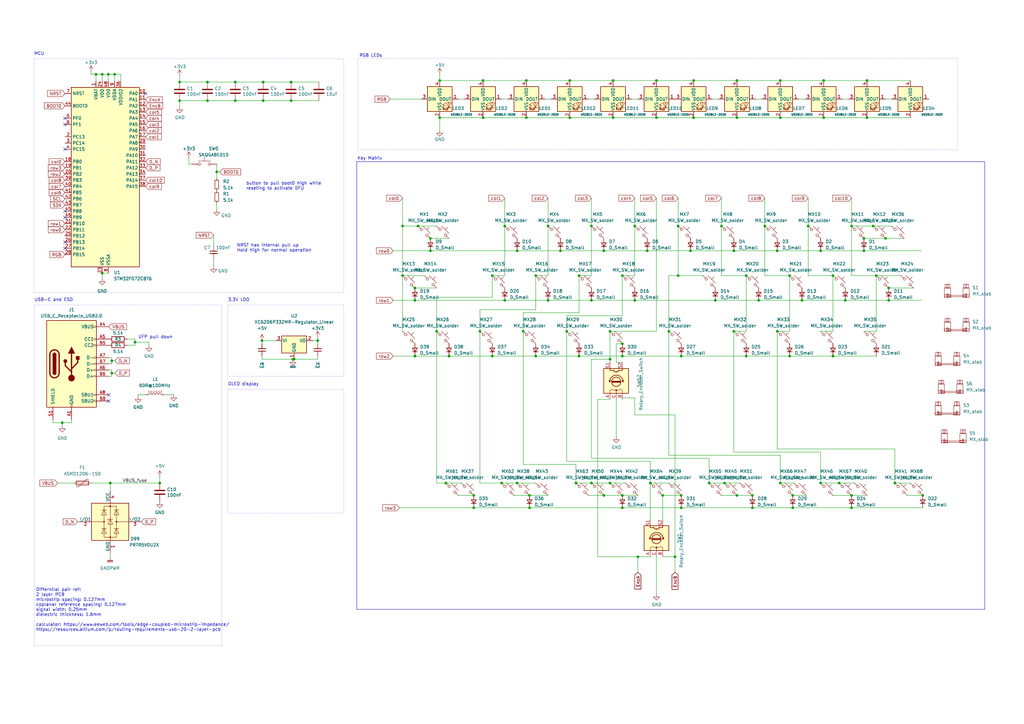
<source format=kicad_sch>
(kicad_sch (version 20230121) (generator eeschema)
  (paper "A3")
  (junction (at 25.527 173.355))
  (junction (at 120.65 147.32))
  (junction (at 184.15 146.05))
  (junction (at 349.25 203.2))
  (junction (at 354.33 97.79))
  (junction (at 250.19 147.32))
  (junction (at 320.04 198.12))
  (junction (at 355.6 48.26))
  (junction (at 182.88 198.12))
  (junction (at 207.01 123.19))
  (junction (at 300.99 135.89))
  (junction (at 212.09 198.12))
  (junction (at 224.79 123.19))
  (junction (at 313.69 92.71))
  (junction (at 341.63 113.03))
  (junction (at 302.26 203.2))
  (junction (at 107.95 33.655))
  (junction (at 229.87 102.87))
  (junction (at 237.49 146.05))
  (junction (at 41.91 30.48))
  (junction (at 265.43 102.87))
  (junction (at 302.26 33.02))
  (junction (at 214.63 135.89))
  (junction (at 237.49 113.03))
  (junction (at 170.18 123.19))
  (junction (at 318.77 135.89))
  (junction (at 337.82 33.02))
  (junction (at 269.24 33.02))
  (junction (at 331.47 92.71))
  (junction (at 308.61 203.2))
  (junction (at 44.45 30.48))
  (junction (at 290.83 198.12))
  (junction (at 130.302 139.7))
  (junction (at 363.22 97.79))
  (junction (at 328.93 123.19))
  (junction (at 279.4 208.28))
  (junction (at 278.13 92.71))
  (junction (at 276.86 228.346))
  (junction (at 170.18 118.11))
  (junction (at 284.48 33.02))
  (junction (at 260.35 92.71))
  (junction (at 260.35 123.19))
  (junction (at 302.26 48.26))
  (junction (at 85.09 33.655))
  (junction (at 344.17 198.12))
  (junction (at 201.93 113.03))
  (junction (at 45.847 153.035))
  (junction (at 297.18 198.12))
  (junction (at 359.41 113.03))
  (junction (at 341.63 146.05))
  (junction (at 165.1 92.71))
  (junction (at 170.18 146.05))
  (junction (at 247.65 102.87))
  (junction (at 196.85 135.89))
  (junction (at 45.847 147.955))
  (junction (at 55.372 140.335))
  (junction (at 271.78 203.2))
  (junction (at 96.52 33.655))
  (junction (at 306.07 113.03))
  (junction (at 293.37 123.19))
  (junction (at 255.27 140.97))
  (junction (at 217.17 208.28))
  (junction (at 311.15 123.19))
  (junction (at 242.57 198.12))
  (junction (at 255.27 203.2))
  (junction (at 364.49 123.19))
  (junction (at 266.7 198.12))
  (junction (at 198.12 33.02))
  (junction (at 205.74 198.12))
  (junction (at 224.79 92.71))
  (junction (at 354.33 102.87))
  (junction (at 378.46 203.2))
  (junction (at 323.85 113.03))
  (junction (at 120.142 147.32) (diameter 0.9144))
  (junction (at 65.532 198.12))
  (junction (at 284.48 48.26))
  (junction (at 255.27 146.05))
  (junction (at 119.38 33.655))
  (junction (at 207.01 92.71))
  (junction (at 261.62 228.346))
  (junction (at 45.212 198.12))
  (junction (at 278.13 113.03))
  (junction (at 219.71 146.05))
  (junction (at 194.31 203.2))
  (junction (at 251.46 33.02))
  (junction (at 233.68 48.26))
  (junction (at 41.91 112.014))
  (junction (at 320.04 33.02))
  (junction (at 255.27 113.03))
  (junction (at 250.19 198.12))
  (junction (at 217.17 203.2))
  (junction (at 283.21 102.87))
  (junction (at 295.91 92.71))
  (junction (at 180.34 48.26))
  (junction (at 119.38 41.275))
  (junction (at 39.37 30.48))
  (junction (at 85.09 41.275))
  (junction (at 279.4 203.2))
  (junction (at 171.45 92.71))
  (junction (at 320.04 48.26))
  (junction (at 247.65 203.2))
  (junction (at 242.57 123.19))
  (junction (at 198.12 48.26))
  (junction (at 215.9 33.02))
  (junction (at 364.49 118.11))
  (junction (at 274.32 135.89))
  (junction (at 73.66 41.275))
  (junction (at 306.07 146.05))
  (junction (at 269.24 48.26))
  (junction (at 355.6 33.02))
  (junction (at 250.19 135.89))
  (junction (at 219.71 113.03))
  (junction (at 88.9 70.485))
  (junction (at 255.27 208.28))
  (junction (at 176.53 97.79))
  (junction (at 349.25 208.28))
  (junction (at 251.46 48.26))
  (junction (at 308.61 208.28))
  (junction (at 194.31 208.28))
  (junction (at 236.22 198.12))
  (junction (at 358.14 92.71))
  (junction (at 349.25 92.71))
  (junction (at 73.66 33.655))
  (junction (at 96.52 41.275))
  (junction (at 165.1 113.03))
  (junction (at 201.93 146.05))
  (junction (at 336.55 198.12))
  (junction (at 300.99 102.87))
  (junction (at 107.442 139.7) (diameter 0.9144))
  (junction (at 279.4 146.05))
  (junction (at 346.71 123.19))
  (junction (at 323.85 146.05))
  (junction (at 367.03 198.12))
  (junction (at 337.82 48.26))
  (junction (at 215.9 48.26))
  (junction (at 46.99 30.48))
  (junction (at 232.41 135.89))
  (junction (at 233.68 33.02))
  (junction (at 179.07 135.89))
  (junction (at 242.57 92.71))
  (junction (at 180.34 33.02))
  (junction (at 318.77 102.87))
  (junction (at 336.55 102.87))
  (junction (at 107.95 41.275))
  (junction (at 325.12 208.28))
  (junction (at 176.53 102.87))
  (junction (at 325.12 203.2))
  (junction (at 212.09 102.87))
  (no_connect (at 26.67 51.054))
  (no_connect (at 26.67 48.514))
  (no_connect (at 26.67 89.154))
  (no_connect (at 59.69 38.354))
  (no_connect (at 26.67 99.314))
  (no_connect (at 26.67 61.214))
  (no_connect (at 44.577 161.925))
  (no_connect (at 26.67 86.614))
  (no_connect (at 44.577 164.465))
  (no_connect (at 26.67 101.854))
  (wire (pts (xy 107.95 41.275) (xy 119.38 41.275)))
  (wire (pts (xy 208.28 40.64) (xy 205.74 40.64)))
  (wire (pts (xy 77.47 67.31) (xy 77.47 64.77)))
  (wire (pts (xy 349.25 203.2) (xy 355.6 203.2)))
  (wire (pts (xy 318.77 184.15) (xy 367.03 184.15)))
  (wire (pts (xy 194.31 208.28) (xy 163.83 208.28)))
  (wire (pts (xy 260.35 123.19) (xy 293.37 123.19)))
  (wire (pts (xy 269.24 48.26) (xy 284.48 48.26)))
  (wire (pts (xy 207.01 123.19) (xy 224.79 123.19)))
  (wire (pts (xy 345.44 40.64) (xy 347.98 40.64)))
  (wire (pts (xy 313.69 113.03) (xy 323.85 113.03)))
  (wire (pts (xy 295.91 113.03) (xy 306.07 113.03)))
  (wire (pts (xy 160.02 40.64) (xy 172.72 40.64)))
  (wire (pts (xy 161.29 102.87) (xy 176.53 102.87)))
  (wire (pts (xy 196.85 198.12) (xy 205.74 198.12)))
  (wire (pts (xy 359.41 113.03) (xy 359.41 135.89)))
  (wire (pts (xy 279.4 208.28) (xy 308.61 208.28)))
  (wire (pts (xy 21.717 173.355) (xy 25.527 173.355)))
  (wire (pts (xy 355.6 33.02) (xy 373.38 33.02)))
  (wire (pts (xy 233.68 48.26) (xy 251.46 48.26)))
  (wire (pts (xy 260.35 163.195) (xy 260.35 170.18)))
  (wire (pts (xy 130.302 138.43) (xy 130.302 139.7)))
  (wire (pts (xy 45.847 146.685) (xy 45.847 147.955)))
  (wire (pts (xy 85.09 33.655) (xy 73.66 33.655)))
  (wire (pts (xy 207.01 113.03) (xy 201.93 113.03)))
  (wire (pts (xy 207.01 92.71) (xy 207.01 113.03)))
  (wire (pts (xy 37.338 29.464) (xy 37.338 30.48)))
  (wire (pts (xy 96.52 41.275) (xy 107.95 41.275)))
  (wire (pts (xy 215.9 48.26) (xy 233.68 48.26)))
  (wire (pts (xy 323.85 135.89) (xy 318.77 135.89)))
  (wire (pts (xy 61.087 140.335) (xy 61.087 141.605)))
  (wire (pts (xy 180.34 48.26) (xy 180.34 53.34)))
  (wire (pts (xy 260.35 113.03) (xy 255.27 113.03)))
  (wire (pts (xy 205.74 198.12) (xy 212.09 198.12)))
  (wire (pts (xy 23.622 198.12) (xy 29.972 198.12)))
  (wire (pts (xy 359.41 113.03) (xy 369.57 113.03)))
  (wire (pts (xy 187.96 203.2) (xy 194.31 203.2)))
  (wire (pts (xy 279.4 146.05) (xy 306.07 146.05)))
  (wire (pts (xy 260.35 170.18) (xy 276.86 170.18)))
  (wire (pts (xy 251.46 33.02) (xy 269.24 33.02)))
  (wire (pts (xy 250.19 147.32) (xy 242.57 147.32)))
  (wire (pts (xy 283.21 102.87) (xy 300.99 102.87)))
  (wire (pts (xy 325.12 203.2) (xy 330.708 203.2)))
  (wire (pts (xy 217.17 203.2) (xy 224.79 203.2)))
  (wire (pts (xy 170.18 146.05) (xy 184.15 146.05)))
  (wire (pts (xy 198.12 48.26) (xy 215.9 48.26)))
  (wire (pts (xy 229.87 102.87) (xy 247.65 102.87)))
  (wire (pts (xy 165.1 81.28) (xy 165.1 92.71)))
  (wire (pts (xy 55.372 140.335) (xy 55.372 139.065)))
  (wire (pts (xy 250.19 135.89) (xy 269.24 135.89)))
  (wire (pts (xy 377.952 102.87) (xy 354.33 102.87)))
  (wire (pts (xy 88.9 67.31) (xy 88.9 70.485)))
  (wire (pts (xy 44.45 30.48) (xy 46.99 30.48)))
  (wire (pts (xy 306.07 135.89) (xy 300.99 135.89)))
  (wire (pts (xy 201.93 121.92) (xy 179.07 121.92)))
  (wire (pts (xy 37.338 30.48) (xy 39.37 30.48)))
  (wire (pts (xy 45.847 151.765) (xy 45.847 153.035)))
  (wire (pts (xy 284.48 33.02) (xy 302.26 33.02)))
  (wire (pts (xy 130.302 139.7) (xy 130.302 140.97)))
  (wire (pts (xy 180.34 33.02) (xy 198.12 33.02)))
  (wire (pts (xy 39.37 30.48) (xy 39.37 33.274)))
  (wire (pts (xy 242.57 92.71) (xy 242.57 113.03)))
  (wire (pts (xy 358.14 92.71) (xy 365.76 92.71)))
  (wire (pts (xy 71.247 161.925) (xy 67.437 161.925)))
  (wire (pts (xy 29.337 173.355) (xy 29.337 172.085)))
  (wire (pts (xy 293.37 123.19) (xy 311.15 123.19)))
  (wire (pts (xy 363.22 40.64) (xy 365.76 40.64)))
  (wire (pts (xy 260.35 92.71) (xy 260.35 113.03)))
  (wire (pts (xy 171.45 92.71) (xy 165.1 92.71)))
  (wire (pts (xy 212.09 198.12) (xy 219.71 198.12)))
  (wire (pts (xy 182.88 198.12) (xy 189.23 198.12)))
  (wire (pts (xy 251.46 48.26) (xy 269.24 48.26)))
  (wire (pts (xy 242.57 198.12) (xy 250.19 198.12)))
  (wire (pts (xy 180.34 48.26) (xy 198.12 48.26)))
  (wire (pts (xy 247.65 102.87) (xy 265.43 102.87)))
  (wire (pts (xy 170.18 118.11) (xy 179.07 118.11)))
  (wire (pts (xy 21.717 172.085) (xy 21.717 173.355)))
  (wire (pts (xy 219.71 146.05) (xy 237.49 146.05)))
  (wire (pts (xy 194.31 208.28) (xy 217.17 208.28)))
  (wire (pts (xy 245.11 163.83) (xy 250.19 163.83)))
  (wire (pts (xy 184.15 146.05) (xy 201.93 146.05)))
  (wire (pts (xy 46.99 30.48) (xy 46.99 33.274)))
  (wire (pts (xy 45.212 226.695) (xy 45.212 228.6)))
  (wire (pts (xy 346.71 123.19) (xy 364.49 123.19)))
  (wire (pts (xy 242.57 187.96) (xy 290.83 187.96)))
  (wire (pts (xy 41.91 30.48) (xy 44.45 30.48)))
  (wire (pts (xy 349.25 81.28) (xy 349.25 92.71)))
  (wire (pts (xy 161.29 123.19) (xy 170.18 123.19)))
  (wire (pts (xy 88.9 70.485) (xy 88.9 73.152)))
  (wire (pts (xy 295.91 92.71) (xy 295.91 113.03)))
  (wire (pts (xy 45.847 154.305) (xy 45.847 153.035)))
  (wire (pts (xy 302.26 203.2) (xy 308.61 203.2)))
  (wire (pts (xy 120.65 147.32) (xy 130.302 147.32)))
  (wire (pts (xy 266.7 198.12) (xy 274.32 198.12)))
  (wire (pts (xy 290.83 187.96) (xy 290.83 198.12)))
  (wire (pts (xy 325.12 208.28) (xy 349.25 208.28)))
  (wire (pts (xy 219.71 127) (xy 196.85 127)))
  (wire (pts (xy 313.69 92.71) (xy 313.69 113.03)))
  (wire (pts (xy 300.99 102.87) (xy 318.77 102.87)))
  (wire (pts (xy 255.27 148.59) (xy 252.73 148.59)))
  (wire (pts (xy 224.79 81.28) (xy 224.79 92.71)))
  (wire (pts (xy 165.1 113.03) (xy 173.99 113.03)))
  (wire (pts (xy 349.25 92.71) (xy 349.25 113.03)))
  (wire (pts (xy 364.49 123.19) (xy 377.952 123.19)))
  (wire (pts (xy 179.07 198.12) (xy 182.88 198.12)))
  (wire (pts (xy 196.85 127) (xy 196.85 135.89)))
  (wire (pts (xy 87.63 109.22) (xy 87.63 106.045)))
  (wire (pts (xy 120.65 147.32) (xy 120.142 147.32)))
  (wire (pts (xy 250.19 198.12) (xy 256.54 198.12)))
  (wire (pts (xy 214.63 128.27) (xy 214.63 135.89)))
  (wire (pts (xy 44.577 149.225) (xy 45.847 149.225)))
  (wire (pts (xy 25.527 173.355) (xy 29.337 173.355)))
  (wire (pts (xy 255.27 129.54) (xy 232.41 129.54)))
  (wire (pts (xy 278.13 113.03) (xy 288.29 113.03)))
  (wire (pts (xy 274.32 113.03) (xy 274.32 135.89)))
  (wire (pts (xy 224.79 123.19) (xy 242.57 123.19)))
  (wire (pts (xy 242.57 113.03) (xy 237.49 113.03)))
  (wire (pts (xy 224.79 113.03) (xy 219.71 113.03)))
  (wire (pts (xy 336.55 198.12) (xy 344.17 198.12)))
  (wire (pts (xy 161.29 146.05) (xy 170.18 146.05)))
  (wire (pts (xy 302.26 48.26) (xy 320.04 48.26)))
  (wire (pts (xy 49.53 30.48) (xy 49.53 33.274)))
  (wire (pts (xy 266.7 213.106) (xy 266.7 198.12)))
  (wire (pts (xy 320.04 33.02) (xy 337.82 33.02)))
  (wire (pts (xy 119.38 41.275) (xy 130.81 41.275)))
  (wire (pts (xy 39.37 30.48) (xy 41.91 30.48)))
  (wire (pts (xy 210.82 203.2) (xy 217.17 203.2)))
  (wire (pts (xy 179.07 135.89) (xy 179.07 198.12)))
  (wire (pts (xy 130.302 146.05) (xy 130.302 147.32)))
  (wire (pts (xy 337.82 48.26) (xy 355.6 48.26)))
  (wire (pts (xy 107.95 33.655) (xy 119.38 33.655)))
  (wire (pts (xy 170.18 123.19) (xy 207.01 123.19)))
  (wire (pts (xy 331.47 113.03) (xy 341.63 113.03)))
  (wire (pts (xy 279.4 203.2) (xy 271.78 203.2)))
  (wire (pts (xy 232.41 129.54) (xy 232.41 135.89)))
  (wire (pts (xy 331.47 92.71) (xy 331.47 113.03)))
  (wire (pts (xy 337.82 33.02) (xy 355.6 33.02)))
  (wire (pts (xy 255.27 146.05) (xy 279.4 146.05)))
  (wire (pts (xy 128.27 139.7) (xy 130.302 139.7)))
  (wire (pts (xy 302.26 203.2) (xy 295.91 203.2)))
  (wire (pts (xy 336.55 102.87) (xy 354.33 102.87)))
  (wire (pts (xy 255.27 113.03) (xy 255.27 129.54)))
  (wire (pts (xy 56.642 161.925) (xy 59.817 161.925)))
  (wire (pts (xy 107.442 139.7) (xy 113.03 139.7)))
  (wire (pts (xy 87.63 96.52) (xy 87.63 100.965)))
  (wire (pts (xy 219.71 113.03) (xy 219.71 127)))
  (wire (pts (xy 212.09 102.87) (xy 229.87 102.87)))
  (wire (pts (xy 269.24 33.02) (xy 284.48 33.02)))
  (wire (pts (xy 171.45 92.71) (xy 179.07 92.71)))
  (wire (pts (xy 201.93 146.05) (xy 219.71 146.05)))
  (wire (pts (xy 355.6 48.26) (xy 373.38 48.26)))
  (wire (pts (xy 176.53 102.87) (xy 212.09 102.87)))
  (wire (pts (xy 252.73 163.83) (xy 252.73 179.07)))
  (wire (pts (xy 232.41 135.89) (xy 232.41 189.23)))
  (wire (pts (xy 344.17 198.12) (xy 350.52 198.12)))
  (wire (pts (xy 73.66 43.815) (xy 73.66 41.275)))
  (wire (pts (xy 107.442 139.7) (xy 107.442 140.97)))
  (wire (pts (xy 302.26 33.02) (xy 320.04 33.02)))
  (wire (pts (xy 242.57 147.32) (xy 242.57 187.96)))
  (wire (pts (xy 290.83 198.12) (xy 297.18 198.12)))
  (wire (pts (xy 259.08 40.64) (xy 261.62 40.64)))
  (wire (pts (xy 306.07 146.05) (xy 323.85 146.05)))
  (wire (pts (xy 52.197 139.065) (xy 55.372 139.065)))
  (wire (pts (xy 274.32 135.89) (xy 274.32 186.69)))
  (wire (pts (xy 241.3 40.64) (xy 243.84 40.64)))
  (wire (pts (xy 255.27 163.195) (xy 255.27 163.83)))
  (wire (pts (xy 300.99 135.89) (xy 300.99 185.42)))
  (wire (pts (xy 320.04 48.26) (xy 337.82 48.26)))
  (wire (pts (xy 96.52 33.655) (xy 107.95 33.655)))
  (wire (pts (xy 233.68 33.02) (xy 251.46 33.02)))
  (wire (pts (xy 196.85 135.89) (xy 196.85 198.12)))
  (wire (pts (xy 271.78 203.2) (xy 271.78 213.106)))
  (wire (pts (xy 180.34 30.48) (xy 180.34 33.02)))
  (wire (pts (xy 284.48 48.26) (xy 302.26 48.26)))
  (wire (pts (xy 55.372 140.335) (xy 61.087 140.335)))
  (wire (pts (xy 65.532 195.58) (xy 65.532 198.12)))
  (wire (pts (xy 247.65 203.2) (xy 255.27 203.2)))
  (wire (pts (xy 297.18 198.12) (xy 303.53 198.12)))
  (wire (pts (xy 41.91 112.014) (xy 41.91 114.3)))
  (wire (pts (xy 56.642 162.56) (xy 56.642 161.925)))
  (wire (pts (xy 260.35 163.195) (xy 255.27 163.195)))
  (wire (pts (xy 323.85 113.03) (xy 323.85 135.89)))
  (wire (pts (xy 44.577 151.765) (xy 45.847 151.765)))
  (wire (pts (xy 247.65 203.2) (xy 241.3 203.2)))
  (wire (pts (xy 261.62 228.346) (xy 266.7 228.346)))
  (wire (pts (xy 44.577 154.305) (xy 45.847 154.305)))
  (wire (pts (xy 364.49 118.11) (xy 374.65 118.11)))
  (wire (pts (xy 88.9 83.312) (xy 88.9 85.852)))
  (wire (pts (xy 320.04 198.12) (xy 325.628 198.12)))
  (wire (pts (xy 278.13 81.28) (xy 278.13 92.71)))
  (wire (pts (xy 242.57 123.19) (xy 260.35 123.19)))
  (wire (pts (xy 336.55 185.42) (xy 336.55 198.12)))
  (wire (pts (xy 190.5 40.64) (xy 187.96 40.64)))
  (wire (pts (xy 260.35 81.28) (xy 260.35 92.71)))
  (wire (pts (xy 341.63 113.03) (xy 341.63 135.89)))
  (wire (pts (xy 245.11 163.83) (xy 245.11 228.346)))
  (wire (pts (xy 341.63 146.05) (xy 359.41 146.05)))
  (wire (pts (xy 278.13 92.71) (xy 278.13 113.03)))
  (wire (pts (xy 309.88 40.64) (xy 312.42 40.64)))
  (wire (pts (xy 354.33 97.79) (xy 363.22 97.79)))
  (wire (pts (xy 269.24 228.346) (xy 269.24 243.586)))
  (wire (pts (xy 223.52 40.64) (xy 226.06 40.64)))
  (wire (pts (xy 300.99 185.42) (xy 336.55 185.42)))
  (wire (pts (xy 328.93 123.19) (xy 346.71 123.19)))
  (wire (pts (xy 78.74 67.31) (xy 77.47 67.31)))
  (wire (pts (xy 215.9 33.02) (xy 233.68 33.02)))
  (wire (pts (xy 224.79 92.71) (xy 224.79 113.03)))
  (wire (pts (xy 52.197 141.605) (xy 55.372 141.605)))
  (wire (pts (xy 250.19 147.32) (xy 250.19 148.59)))
  (wire (pts (xy 44.577 146.685) (xy 45.847 146.685)))
  (wire (pts (xy 252.73 148.59) (xy 252.73 140.97)))
  (wire (pts (xy 308.61 208.28) (xy 325.12 208.28)))
  (wire (pts (xy 46.99 30.48) (xy 49.53 30.48)))
  (wire (pts (xy 276.86 170.18) (xy 276.86 228.346)))
  (wire (pts (xy 250.19 135.89) (xy 250.19 147.32)))
  (wire (pts (xy 327.66 40.64) (xy 330.2 40.64)))
  (wire (pts (xy 237.49 113.03) (xy 237.49 128.27)))
  (wire (pts (xy 318.77 102.87) (xy 336.55 102.87)))
  (wire (pts (xy 45.212 198.12) (xy 65.532 198.12)))
  (wire (pts (xy 45.212 198.12) (xy 45.212 201.295)))
  (wire (pts (xy 214.63 135.89) (xy 214.63 190.5)))
  (wire (pts (xy 214.63 190.5) (xy 236.22 190.5)))
  (wire (pts (xy 311.15 123.19) (xy 328.93 123.19)))
  (wire (pts (xy 236.22 198.12) (xy 242.57 198.12)))
  (wire (pts (xy 107.442 146.05) (xy 107.442 147.32)))
  (wire (pts (xy 31.877 213.995) (xy 32.512 213.995)))
  (wire (pts (xy 372.11 203.2) (xy 378.46 203.2)))
  (wire (pts (xy 271.78 228.346) (xy 276.86 228.346)))
  (wire (pts (xy 120.142 147.32) (xy 107.442 147.32)))
  (wire (pts (xy 245.11 228.346) (xy 261.62 228.346)))
  (wire (pts (xy 179.07 121.92) (xy 179.07 135.89)))
  (wire (pts (xy 269.24 81.28) (xy 269.24 135.89)))
  (wire (pts (xy 295.91 81.28) (xy 295.91 92.71)))
  (wire (pts (xy 261.62 228.346) (xy 261.62 234.696)))
  (wire (pts (xy 265.43 102.87) (xy 283.21 102.87)))
  (wire (pts (xy 349.25 92.71) (xy 358.14 92.71)))
  (wire (pts (xy 85.09 41.275) (xy 96.52 41.275)))
  (wire (pts (xy 25.527 174.625) (xy 25.527 173.355)))
  (wire (pts (xy 266.7 189.23) (xy 266.7 198.12)))
  (wire (pts (xy 274.32 113.03) (xy 278.13 113.03)))
  (wire (pts (xy 349.25 208.28) (xy 378.46 208.28)))
  (wire (pts (xy 37.592 198.12) (xy 45.212 198.12)))
  (wire (pts (xy 359.41 135.89) (xy 354.33 135.89)))
  (wire (pts (xy 232.41 189.23) (xy 266.7 189.23)))
  (wire (pts (xy 331.47 81.28) (xy 331.47 92.71)))
  (wire (pts (xy 242.57 81.28) (xy 242.57 92.71)))
  (wire (pts (xy 255.27 140.97) (xy 252.73 140.97)))
  (wire (pts (xy 55.372 141.605) (xy 55.372 140.335)))
  (wire (pts (xy 306.07 113.03) (xy 306.07 135.89)))
  (wire (pts (xy 45.847 147.955) (xy 45.847 149.225)))
  (wire (pts (xy 119.38 33.655) (xy 130.81 33.655)))
  (wire (pts (xy 85.09 33.655) (xy 96.52 33.655)))
  (wire (pts (xy 207.01 81.28) (xy 207.01 92.71)))
  (wire (pts (xy 313.69 81.28) (xy 313.69 92.71)))
  (wire (pts (xy 217.17 208.28) (xy 255.27 208.28)))
  (wire (pts (xy 44.45 30.48) (xy 44.45 33.274)))
  (wire (pts (xy 198.12 33.02) (xy 215.9 33.02)))
  (wire (pts (xy 41.91 30.48) (xy 41.91 33.274)))
  (wire (pts (xy 45.847 153.035) (xy 47.117 153.035)))
  (wire (pts (xy 255.27 208.28) (xy 279.4 208.28)))
  (wire (pts (xy 165.1 113.03) (xy 165.1 135.89)))
  (wire (pts (xy 73.66 31.115) (xy 73.66 33.655)))
  (wire (pts (xy 274.32 186.69) (xy 320.04 186.69)))
  (wire (pts (xy 255.27 203.2) (xy 261.62 203.2)))
  (wire (pts (xy 237.49 128.27) (xy 214.63 128.27)))
  (wire (pts (xy 323.85 146.05) (xy 341.63 146.05)))
  (wire (pts (xy 341.63 135.89) (xy 336.55 135.89)))
  (wire (pts (xy 341.63 203.2) (xy 349.25 203.2)))
  (wire (pts (xy 367.03 184.15) (xy 367.03 198.12)))
  (wire (pts (xy 41.91 112.014) (xy 44.45 112.014)))
  (wire (pts (xy 88.9 70.485) (xy 90.17 70.485)))
  (wire (pts (xy 320.04 186.69) (xy 320.04 198.12)))
  (wire (pts (xy 237.49 146.05) (xy 255.27 146.05)))
  (wire (pts (xy 318.77 135.89) (xy 318.77 184.15)))
  (wire (pts (xy 201.93 113.03) (xy 201.93 121.92)))
  (wire (pts (xy 349.25 113.03) (xy 359.41 113.03)))
  (wire (pts (xy 276.86 228.346) (xy 276.86 234.696)))
  (wire (pts (xy 165.1 92.71) (xy 165.1 113.03)))
  (wire (pts (xy 45.847 147.955) (xy 47.117 147.955)))
  (wire (pts (xy 176.53 97.79) (xy 184.15 97.79)))
  (wire (pts (xy 85.09 41.275) (xy 73.66 41.275)))
  (wire (pts (xy 292.1 40.64) (xy 294.64 40.64)))
  (wire (pts (xy 367.03 198.12) (xy 373.38 198.12)))
  (wire (pts (xy 370.84 97.79) (xy 363.22 97.79)))
  (wire (pts (xy 236.22 190.5) (xy 236.22 198.12)))
  (rectangle (start 93.472 125.095) (end 140.97 154.305) (stroke (width 0) (type dot)))
  (rectangle (start 146.812 23.876) (end 392.684 61.468) (stroke (width 0) (type dot)))
  (rectangle (start 93.472 159.639) (end 140.97 210.439) (stroke (width 0) (type dot)))
  (rectangle (start 14.097 125.095) (end 90.932 264.795) (stroke (width 0) (type dot)))
  (rectangle (start 13.97 24.13) (end 140.97 120.015) (stroke (width 0) (type dot)))
  (rectangle (start 146.304 66.294) (end 403.86 249.936))
  (text "button to pull boot0 high while \nreseting to activate DFU" (at 100.965 78.105 0) (effects (font (size 1.27 1.27)) (justify left bottom)))
  (text "UFP pull down" (at 56.642 139.065 0) (effects (font (size 1.27 1.27)) (justify left bottom)))
  (text "MCU" (at 13.97 22.86 0) (effects (font (size 1.27 1.27)) (justify left bottom)))
  (text "RGB LEDs" (at 147.32 23.622 0) (effects (font (size 1.27 1.27)) (justify left bottom)))
  (text "3.3V LDO" (at 93.472 123.825 0) (effects (font (size 1.27 1.27)) (justify left bottom)))
  (text "USB-C and ESD" (at 14.097 123.825 0) (effects (font (size 1.27 1.27)) (justify left bottom)))
  (text "OLED display" (at 93.472 158.369 0) (effects (font (size 1.27 1.27)) (justify left bottom)))
  (text "NRST has internal pull up\nHold high for normal operation" (at 97.155 103.505 0) (effects (font (size 1.27 1.27)) (justify left bottom)))
  (text "Differntial pair ref:\n2 layer PCB\nmicrostrip spacing: 0.127mm\ncoplanar reference spacing: 0.127mm\nsignal width: 0.25mm\ndielectric thickness: 1.6mm\n\ncalculator: https://www.eeweb.com/tools/edge-coupled-microstrip-impedance/\nhttps://resources.altium.com/p/routing-requirements-usb-20-2-layer-pcb" (at 14.732 259.08 0) (effects (font (size 1.27 1.27)) (justify left bottom)))
  (text "Key Matrix" (at 146.558 65.786 0) (effects (font (size 1.27 1.27)) (justify left bottom)))
  (label "VBUS_fuse" (at 50.292 198.12 0))
  (global_label "col4" (shape input) (at 59.69 48.514 0) (property "Intersheetrefs" "${INTERSHEET_REFS}" (effects hide)))
  (global_label "col4" (shape input) (at 260.35 81.28 180) (property "Intersheetrefs" "${INTERSHEET_REFS}" (effects hide)))
  (global_label "col9" (shape input) (at 331.47 81.28 180) (property "Intersheetrefs" "${INTERSHEET_REFS}" (effects hide)))
  (global_label "row2" (shape input) (at 161.29 146.05 180) (property "Intersheetrefs" "${INTERSHEET_REFS}" (effects hide)))
  (global_label "D_N" (shape input) (at 31.877 213.995 180) (property "Intersheetrefs" "${INTERSHEET_REFS}" (effects hide)))
  (global_label "D_P" (shape input) (at 47.117 153.035 0) (property "Intersheetrefs" "${INTERSHEET_REFS}" (effects hide)))
  (global_label "row2" (shape input) (at 26.67 71.374 180) (property "Intersheetrefs" "${INTERSHEET_REFS}" (effects hide)))
  (global_label "VBUS" (shape input) (at 23.622 198.12 180) (property "Intersheetrefs" "${INTERSHEET_REFS}" (effects hide)))
  (global_label "col0" (shape input) (at 26.67 66.294 180) (property "Intersheetrefs" "${INTERSHEET_REFS}" (effects hide)))
  (global_label "col6" (shape input) (at 26.67 78.994 180) (property "Intersheetrefs" "${INTERSHEET_REFS}" (effects hide)))
  (global_label "D_P" (shape input) (at 57.912 213.995 0) (property "Intersheetrefs" "${INTERSHEET_REFS}" (effects hide)))
  (global_label "row0" (shape input) (at 161.29 102.87 180) (property "Intersheetrefs" "${INTERSHEET_REFS}" (effects hide)))
  (global_label "BOOT0" (shape input) (at 90.17 70.485 0) (property "Intersheetrefs" "${INTERSHEET_REFS}" (effects hide)))
  (global_label "col2" (shape input) (at 59.69 53.594 0) (property "Intersheetrefs" "${INTERSHEET_REFS}" (effects hide)))
  (global_label "EncB" (shape input) (at 59.69 43.434 0) (property "Intersheetrefs" "${INTERSHEET_REFS}" (effects hide)))
  (global_label "col10" (shape input) (at 59.69 73.914 0) (property "Intersheetrefs" "${INTERSHEET_REFS}" (effects hide)))
  (global_label "col2" (shape input) (at 224.79 81.28 180) (property "Intersheetrefs" "${INTERSHEET_REFS}" (effects hide)))
  (global_label "col5" (shape input) (at 59.69 45.974 0) (property "Intersheetrefs" "${INTERSHEET_REFS}" (effects hide)))
  (global_label "col3" (shape input) (at 59.69 51.054 0) (property "Intersheetrefs" "${INTERSHEET_REFS}" (effects hide)))
  (global_label "row1" (shape input) (at 161.29 123.19 180) (property "Intersheetrefs" "${INTERSHEET_REFS}" (effects hide)))
  (global_label "col8" (shape input) (at 26.67 73.914 180) (property "Intersheetrefs" "${INTERSHEET_REFS}" (effects hide)))
  (global_label "EncA" (shape input) (at 59.69 40.894 0) (property "Intersheetrefs" "${INTERSHEET_REFS}" (effects hide)))
  (global_label "SCL" (shape input) (at 26.67 81.534 180) (property "Intersheetrefs" "${INTERSHEET_REFS}" (effects hide)))
  (global_label "col1" (shape input) (at 207.01 81.28 180) (property "Intersheetrefs" "${INTERSHEET_REFS}" (effects hide)))
  (global_label "EncB" (shape input) (at 276.86 234.696 270) (property "Intersheetrefs" "${INTERSHEET_REFS}" (effects hide)))
  (global_label "col7" (shape input) (at 295.91 81.28 180) (property "Intersheetrefs" "${INTERSHEET_REFS}" (effects hide)))
  (global_label "BOOT0" (shape input) (at 26.67 43.434 180) (property "Intersheetrefs" "${INTERSHEET_REFS}" (effects hide)))
  (global_label "row3" (shape input) (at 26.67 68.834 180) (property "Intersheetrefs" "${INTERSHEET_REFS}" (effects hide)))
  (global_label "EncA" (shape input) (at 261.62 234.696 270) (property "Intersheetrefs" "${INTERSHEET_REFS}" (effects hide)))
  (global_label "row1" (shape input) (at 26.67 91.694 180) (property "Intersheetrefs" "${INTERSHEET_REFS}" (effects hide)))
  (global_label "NRST" (shape input) (at 87.63 96.52 180) (property "Intersheetrefs" "${INTERSHEET_REFS}" (effects hide)))
  (global_label "col6" (shape input) (at 278.13 81.28 180) (property "Intersheetrefs" "${INTERSHEET_REFS}" (effects hide)))
  (global_label "RGB" (shape input) (at 160.02 40.64 180) (property "Intersheetrefs" "${INTERSHEET_REFS}" (effects hide)))
  (global_label "RGB" (shape input) (at 26.67 104.394 180) (property "Intersheetrefs" "${INTERSHEET_REFS}" (effects hide)))
  (global_label "EncB" (shape input) (at 276.86 234.696 270) (property "Intersheetrefs" "${INTERSHEET_REFS}" (effects hide)))
  (global_label "col8" (shape input) (at 313.69 81.28 180) (property "Intersheetrefs" "${INTERSHEET_REFS}" (effects hide)))
  (global_label "col0" (shape input) (at 165.1 81.28 180) (property "Intersheetrefs" "${INTERSHEET_REFS}" (effects hide)))
  (global_label "D_P" (shape input) (at 59.69 68.834 0) (property "Intersheetrefs" "${INTERSHEET_REFS}" (effects hide)))
  (global_label "VBUS" (shape input) (at 44.577 133.985 0) (property "Intersheetrefs" "${INTERSHEET_REFS}" (effects hide)))
  (global_label "row0" (shape input) (at 26.67 94.234 180) (property "Intersheetrefs" "${INTERSHEET_REFS}" (effects hide)))
  (global_label "D_N" (shape input) (at 59.69 66.294 0) (property "Intersheetrefs" "${INTERSHEET_REFS}" (effects hide)))
  (global_label "col7" (shape input) (at 26.67 76.454 180) (property "Intersheetrefs" "${INTERSHEET_REFS}" (effects hide)))
  (global_label "SDA" (shape input) (at 26.67 84.074 180) (property "Intersheetrefs" "${INTERSHEET_REFS}" (effects hide)))
  (global_label "col5" (shape input) (at 269.24 81.28 180) (property "Intersheetrefs" "${INTERSHEET_REFS}" (effects hide)))
  (global_label "col10" (shape input) (at 349.25 81.28 180) (property "Intersheetrefs" "${INTERSHEET_REFS}" (effects hide)))
  (global_label "NRST" (shape input) (at 26.67 38.354 180) (property "Intersheetrefs" "${INTERSHEET_REFS}" (effects hide)))
  (global_label "row3" (shape input) (at 163.83 208.28 180) (property "Intersheetrefs" "${INTERSHEET_REFS}" (effects hide)))
  (global_label "col3" (shape input) (at 242.57 81.28 180) (property "Intersheetrefs" "${INTERSHEET_REFS}" (effects hide)))
  (global_label "D_N" (shape input) (at 47.117 147.955 0) (property "Intersheetrefs" "${INTERSHEET_REFS}" (effects hide)))
  (global_label "col1" (shape input) (at 59.69 56.134 0) (property "Intersheetrefs" "${INTERSHEET_REFS}" (effects hide)))
  (global_label "EncA" (shape input) (at 261.62 234.696 270) (property "Intersheetrefs" "${INTERSHEET_REFS}" (effects hide)))
  (global_label "col9" (shape input) (at 59.69 76.454 0) (property "Intersheetrefs" "${INTERSHEET_REFS}" (effects hide)))
  (symbol (lib_id "LED:SK6812MINI") (at 198.12 40.64 0) (unit 1)
    (property "Reference" "LED2" (at 205.74 44.45 0))
    (property "Value" "WS2812-2020" (at 207.01 46.99 0) (effects (font (size 0.8 0.8))))
    (property "Footprint" "LED_SMD:LED_SK6812MINI_PLCC4_3.5x3.5mm_P1.75mm" (effects hide))
    (property "Datasheet" "https://cdn-shop.adafruit.com/product-files/2686/SK6812MINI_REV.01-1-2.pdf" (effects hide))
    (property "JlcRotOffset" "14" (effects hide))
    (property "LCSC" "C965555" (effects hide))
  )
  (symbol (lib_id "Device:D_Small") (at 354.33 100.33 90) (unit 1)
    (property "Reference" "D1" (at 356.362 99.06 90) (effects (justify right)))
    (property "Value" "D_Small" (at 356.362 101.6 90) (effects (justify right)))
    (property "Footprint" "PCM_marbastlib-various:D_SOD-123-hidden-ref" (effects hide))
    (property "Sim.Device" "D" (effects hide))
    (property "Sim.Pins" "1=K 2=A" (effects hide))
    (property "LCSC" "C81598" (effects hide))
  )
  (symbol (lib_id "Device:C_Small") (at 107.442 143.51 180) (unit 1)
    (property "Reference" "C8" (at 107.442 149.225 0) (effects (font (size 0.762 0.762))))
    (property "Value" "1uF" (at 107.442 150.495 0) (effects (font (size 0.762 0.762))))
    (property "Footprint" "Capacitor_SMD:C_0402_1005Metric" (effects hide))
    (property "LCSC" "C52923" (effects hide))
  )
  (symbol (lib_id "PCM_marbastlib-mx:MX_SW_solder") (at 298.45 95.25 0) (unit 1)
    (property "Reference" "MX8" (at 298.45 87.884 0))
    (property "Value" "MX_SW_solder" (at 298.45 90.424 0))
    (property "Footprint" "PCM_marbastlib-mx:SW_MX_1u" (effects hide))
    (property "exclude_pcba" "true" (effects hide))
  )
  (symbol (lib_id "LED:SK6812MINI") (at 320.04 40.64 0) (unit 1)
    (property "Reference" "LED7" (at 327.66 44.45 0))
    (property "Value" "WS2812-2020" (at 328.93 46.99 0) (effects (font (size 0.8 0.8))))
    (property "Footprint" "LED_SMD:LED_SK6812MINI_PLCC4_3.5x3.5mm_P1.75mm" (effects hide))
    (property "Datasheet" "https://cdn-shop.adafruit.com/product-files/2686/SK6812MINI_REV.01-1-2.pdf" (effects hide))
    (property "JlcRotOffset" "194" (effects hide))
    (property "LCSC" "C965555" (effects hide))
  )
  (symbol (lib_id "Device:D_Small") (at 265.43 100.33 90) (unit 1)
    (property "Reference" "D6" (at 267.462 99.06 90) (effects (justify right)))
    (property "Value" "D_Small" (at 267.462 101.6 90) (effects (justify right)))
    (property "Footprint" "PCM_marbastlib-various:D_SOD-123-hidden-ref" (effects hide))
    (property "Sim.Device" "D" (effects hide))
    (property "Sim.Pins" "1=K 2=A" (effects hide))
    (property "LCSC" "C81598" (effects hide))
  )
  (symbol (lib_id "Device:D_Small") (at 325.12 205.74 90) (unit 1)
    (property "Reference" "D29" (at 327.152 204.47 90) (effects (justify right)))
    (property "Value" "D_Small" (at 327.152 207.01 90) (effects (justify right)))
    (property "Footprint" "PCM_marbastlib-various:D_SOD-123-hidden-ref" (effects hide))
    (property "Sim.Device" "D" (effects hide))
    (property "Sim.Pins" "1=K 2=A" (effects hide))
    (property "LCSC" "C81598" (effects hide))
  )
  (symbol (lib_id "LeChiffre-rescue:Rotary_Encoder_Switch-Device") (at 269.24 220.726 90) (unit 1) (in_bom no)
    (property "Reference" "SW1" (at 278.5618 220.726 0))
    (property "Value" "Rotary_Encoder_Switch" (at 279.4 221.996 0))
    (property "Footprint" "Rotary_Encoder:RotaryEncoder_Alps_EC11E-Switch_Vertical_H20mm" (effects hide))
    (property "exclude_pcba" "true" (effects hide))
  )
  (symbol (lib_id "Unified-Daughterboard-rescue:L_Core_Ferrite-Device") (at 63.627 161.925 90) (unit 1)
    (property "Reference" "L1" (at 64.897 155.575 90) (effects (justify left)))
    (property "Value" "60R@100MHz" (at 69.977 158.115 90) (effects (justify left)))
    (property "Footprint" "Inductor_SMD:L_1206_3216Metric" (effects hide))
    (property "Manufacturer" "MELED Industrial" (effects hide))
    (property "Manufacturer Part No" "MLB3216-600P4A(f)" (effects hide))
    (property "LCSC" "C33600" (effects hide))
    (property "Package" "L1206" (effects hide))
  )
  (symbol (lib_id "power:GND") (at 88.9 85.852 0) (unit 1)
    (property "Reference" "#PWR059" (effects hide))
    (property "Value" "GND" (at 92.71 88.392 0))
  )
  (symbol (lib_id "Device:C_Small") (at 130.302 143.51 180) (unit 1)
    (property "Reference" "C9" (at 130.302 149.225 0) (effects (font (size 0.762 0.762))))
    (property "Value" "1uF" (at 130.302 150.495 0) (effects (font (size 0.762 0.762))))
    (property "Footprint" "Capacitor_SMD:C_0402_1005Metric" (effects hide))
    (property "LCSC" "C52923" (effects hide))
  )
  (symbol (lib_id "power:+5V") (at 180.34 30.48 0) (unit 1)
    (property "Reference" "#PWR053" (effects hide))
    (property "Value" "+5V" (at 180.34 26.67 0))
  )
  (symbol (lib_id "Connector:USB_C_Receptacle_USB2.0") (at 29.337 149.225 0) (unit 1)
    (property "Reference" "J1" (at 29.337 127 0))
    (property "Value" "USB_C_Receptacle_USB2.0" (at 29.337 129.54 0))
    (property "Footprint" "Connector_USB:USB_C_Receptacle_HRO_TYPE-C-31-M-12" (effects hide))
    (property "Datasheet" "https://www.usb.org/sites/default/files/documents/usb_type-c.zip" (effects hide))
    (property "JlcRotOffset" "180" (effects hide))
    (property "JlcPosOffset" "0,1.5" (effects hide))
    (property "LCSC" "C165948" (effects hide))
  )
  (symbol (lib_id "PCM_marbastlib-mx:MX_stab") (at 388.62 147.32 0) (unit 1)
    (property "Reference" "S4" (at 394.97 145.923 0) (effects (justify left)))
    (property "Value" "MX_stab" (at 394.97 148.463 0) (effects (justify left)))
    (property "Footprint" "PCM_marbastlib-mx:STAB_MX_2u" (effects hide))
    (property "exclude_pcba" "true" (effects hide))
  )
  (symbol (lib_id "PCM_marbastlib-mx:MX_SW_solder") (at 375.92 200.66 0) (unit 1)
    (property "Reference" "MX68" (at 375.92 193.294 0))
    (property "Value" "MX_SW_solder" (at 375.92 195.834 0))
    (property "Footprint" "PCM_marbastlib-mx:SW_MX_1u" (effects hide))
    (property "exclude_pcba" "true" (effects hide))
  )
  (symbol (lib_id "Device:D_Small") (at 217.17 205.74 90) (unit 1)
    (property "Reference" "D36" (at 219.202 204.47 90) (effects (justify right)))
    (property "Value" "D_Small" (at 219.202 207.01 90) (effects (justify right)))
    (property "Footprint" "PCM_marbastlib-various:D_SOD-123-hidden-ref" (effects hide))
    (property "Sim.Device" "D" (effects hide))
    (property "Sim.Pins" "1=K 2=A" (effects hide))
    (property "LCSC" "C81598" (effects hide))
  )
  (symbol (lib_id "power:GND") (at 25.527 174.625 0) (unit 1)
    (property "Reference" "#PWR070" (effects hide))
    (property "Value" "GND" (at 25.527 179.705 0))
  )
  (symbol (lib_id "PCM_marbastlib-mx:MX_SW_solder") (at 176.53 115.57 0) (unit 1)
    (property "Reference" "MX14" (at 176.53 108.204 0))
    (property "Value" "MX_SW_solder" (at 176.53 110.744 0))
    (property "Footprint" "PCM_marbastlib-mx:SW_MX_1.25u" (effects hide))
    (property "exclude_pcba" "true" (effects hide))
  )
  (symbol (lib_id "Device:D_Small") (at 207.01 120.65 90) (unit 1)
    (property "Reference" "D20" (at 209.042 119.38 90) (effects (justify right)))
    (property "Value" "D_Small" (at 209.042 121.92 90) (effects (justify right)))
    (property "Footprint" "PCM_marbastlib-various:D_SOD-123-hidden-ref" (effects hide))
    (property "Sim.Device" "D" (effects hide))
    (property "Sim.Pins" "1=K 2=A" (effects hide))
    (property "LCSC" "C81598" (effects hide))
  )
  (symbol (lib_id "PCM_marbastlib-mx:MX_stab") (at 388.62 167.64 0) (unit 1)
    (property "Reference" "S3" (at 394.97 166.243 0) (effects (justify left)))
    (property "Value" "MX_stab" (at 394.97 168.783 0) (effects (justify left)))
    (property "Footprint" "PCM_marbastlib-mx:STAB_MX_2u" (effects hide))
    (property "exclude_pcba" "true" (effects hide))
  )
  (symbol (lib_id "Device:D_Small") (at 279.4 205.74 90) (unit 1)
    (property "Reference" "D31" (at 281.432 204.47 90) (effects (justify right)))
    (property "Value" "D_Small" (at 281.432 207.01 90) (effects (justify right)))
    (property "Footprint" "PCM_marbastlib-various:D_SOD-123-hidden-ref" (effects hide))
    (property "Sim.Device" "D" (effects hide))
    (property "Sim.Pins" "1=K 2=A" (effects hide))
    (property "LCSC" "C81598" (effects hide))
  )
  (symbol (lib_id "PCM_marbastlib-mx:MX_SW_solder") (at 308.61 115.57 0) (unit 1)
    (property "Reference" "MX20" (at 308.61 108.204 0))
    (property "Value" "MX_SW_solder" (at 308.61 110.744 0))
    (property "Footprint" "PCM_marbastlib-mx:SW_MX_1u" (effects hide))
    (property "exclude_pcba" "true" (effects hide))
  )
  (symbol (lib_id "LED:SK6812MINI") (at 302.26 40.64 0) (unit 1)
    (property "Reference" "LED8" (at 309.88 44.45 0))
    (property "Value" "WS2812-2020" (at 311.15 46.99 0) (effects (font (size 0.8 0.8))))
    (property "Footprint" "LED_SMD:LED_SK6812MINI_PLCC4_3.5x3.5mm_P1.75mm" (effects hide))
    (property "Datasheet" "https://cdn-shop.adafruit.com/product-files/2686/SK6812MINI_REV.01-1-2.pdf" (effects hide))
    (property "JlcRotOffset" "14" (effects hide))
    (property "LCSC" "C965555" (effects hide))
  )
  (symbol (lib_id "Device:D_Small") (at 201.93 143.51 90) (unit 1)
    (property "Reference" "D37" (at 203.962 142.24 90) (effects (justify right)))
    (property "Value" "D_Small" (at 203.962 144.78 90) (effects (justify right)))
    (property "Footprint" "PCM_marbastlib-various:D_SOD-123-hidden-ref" (effects hide))
    (property "Sim.Device" "D" (effects hide))
    (property "Sim.Pins" "1=K 2=A" (effects hide))
    (property "LCSC" "C81598" (effects hide))
  )
  (symbol (lib_id "LED:SK6812MINI") (at 284.48 40.64 0) (unit 1)
    (property "Reference" "LED9" (at 292.1 44.45 0))
    (property "Value" "WS2812-2020" (at 293.37 46.99 0) (effects (font (size 0.8 0.8))))
    (property "Footprint" "LED_SMD:LED_SK6812MINI_PLCC4_3.5x3.5mm_P1.75mm" (effects hide))
    (property "Datasheet" "https://cdn-shop.adafruit.com/product-files/2686/SK6812MINI_REV.01-1-2.pdf" (effects hide))
    (property "JlcRotOffset" "194" (effects hide))
    (property "LCSC" "C965555" (effects hide))
  )
  (symbol (lib_id "PCM_marbastlib-mx:MX_SW_solder") (at 238.76 200.66 0) (unit 1)
    (property "Reference" "MX63" (at 238.76 193.294 0))
    (property "Value" "MX_SW_solder" (at 238.76 195.834 0))
    (property "Footprint" "PCM_marbastlib-mx:SW_MX_1u" (effects hide))
    (property "exclude_pcba" "true" (effects hide))
  )
  (symbol (lib_id "Power_Protection:PRTR5V0U2X") (at 45.212 213.995 0) (unit 1)
    (property "Reference" "D99" (at 55.372 220.98 0))
    (property "Value" "PRTR5V0U2X" (at 59.182 223.52 0))
    (property "Footprint" "Package_TO_SOT_SMD:SOT-143" (effects hide))
    (property "Datasheet" "https://assets.nexperia.com/documents/data-sheet/PRTR5V0U2X.pdf" (effects hide))
    (property "LCSC" "C2827688" (effects hide))
    (property "JlcRotOffset" "90" (effects hide))
  )
  (symbol (lib_id "Device:D_Small") (at 255.27 143.51 90) (unit 1)
    (property "Reference" "D30" (at 257.302 142.24 90) (effects (justify right)))
    (property "Value" "D_Small" (at 257.302 144.78 90) (effects (justify right)))
    (property "Footprint" "PCM_marbastlib-various:D_SOD-123-hidden-ref" (effects hide))
    (property "Sim.Device" "D" (effects hide))
    (property "Sim.Pins" "1=K 2=A" (effects hide))
    (property "LCSC" "C81598" (effects hide))
  )
  (symbol (lib_id "PCM_marbastlib-mx:MX_SW_solder") (at 299.72 200.66 0) (unit 1)
    (property "Reference" "MX45" (at 299.72 193.294 0))
    (property "Value" "MX_SW_solder" (at 299.72 195.834 0))
    (property "Footprint" "PCM_marbastlib-mx:SW_MX_1.75u" (effects hide))
    (property "exclude_pcba" "true" (effects hide))
  )
  (symbol (lib_id "PCM_marbastlib-mx:MX_SW_solder") (at 173.99 95.25 0) (unit 1)
    (property "Reference" "MX1" (at 173.99 87.884 0))
    (property "Value" "MX_SW_solder" (at 173.99 90.424 0))
    (property "Footprint" "PCM_marbastlib-mx:SW_MX_1u" (effects hide))
    (property "exclude_pcba" "true" (effects hide))
  )
  (symbol (lib_id "Device:D_Small") (at 255.27 205.74 90) (unit 1)
    (property "Reference" "D32" (at 257.302 204.47 90) (effects (justify right)))
    (property "Value" "D_Small" (at 257.302 207.01 90) (effects (justify right)))
    (property "Footprint" "PCM_marbastlib-various:D_SOD-123-hidden-ref" (effects hide))
    (property "Sim.Device" "D" (effects hide))
    (property "Sim.Pins" "1=K 2=A" (effects hide))
    (property "LCSC" "C81598" (effects hide))
  )
  (symbol (lib_id "power:GND") (at 269.24 243.586 0) (unit 1)
    (property "Reference" "#PWR01" (effects hide))
    (property "Value" "GND" (at 269.367 247.9802 0))
  )
  (symbol (lib_id "PCM_marbastlib-mx:MX_SW_solder") (at 204.47 115.57 0) (unit 1)
    (property "Reference" "MX15" (at 204.47 108.204 0))
    (property "Value" "MX_SW_solder" (at 204.47 110.744 0))
    (property "Footprint" "PCM_marbastlib-mx:SW_MX_1u" (effects hide))
    (property "exclude_pcba" "true" (effects hide))
  )
  (symbol (lib_id "Device:D_Small") (at 323.85 143.51 90) (unit 1)
    (property "Reference" "D26" (at 325.882 142.24 90) (effects (justify right)))
    (property "Value" "D_Small" (at 325.882 144.78 90) (effects (justify right)))
    (property "Footprint" "PCM_marbastlib-various:D_SOD-123-hidden-ref" (effects hide))
    (property "Sim.Device" "D" (effects hide))
    (property "Sim.Pins" "1=K 2=A" (effects hide))
    (property "LCSC" "C81598" (effects hide))
  )
  (symbol (lib_id "Device:D_Small") (at 283.21 100.33 90) (unit 1)
    (property "Reference" "D5" (at 285.242 99.06 90) (effects (justify right)))
    (property "Value" "D_Small" (at 285.242 101.6 90) (effects (justify right)))
    (property "Footprint" "PCM_marbastlib-various:D_SOD-123-hidden-ref" (effects hide))
    (property "Sim.Device" "D" (effects hide))
    (property "Sim.Pins" "1=K 2=A" (effects hide))
    (property "LCSC" "C81598" (effects hide))
  )
  (symbol (lib_id "PCM_marbastlib-mx:MX_SW_solder") (at 334.01 95.25 0) (unit 1)
    (property "Reference" "MX10" (at 334.01 87.884 0))
    (property "Value" "MX_SW_solder" (at 334.01 90.424 0))
    (property "Footprint" "PCM_marbastlib-mx:SW_MX_1u" (effects hide))
    (property "exclude_pcba" "true" (effects hide))
  )
  (symbol (lib_id "PCM_marbastlib-mx:MX_SW_solder") (at 257.81 115.57 0) (unit 1)
    (property "Reference" "MX18" (at 257.81 108.204 0))
    (property "Value" "MX_SW_solder" (at 257.81 110.744 0))
    (property "Footprint" "PCM_marbastlib-mx:SW_MX_1u" (effects hide))
    (property "exclude_pcba" "true" (effects hide))
  )
  (symbol (lib_id "Device:D_Small") (at 336.55 100.33 90) (unit 1)
    (property "Reference" "D2" (at 338.582 99.06 90) (effects (justify right)))
    (property "Value" "D_Small" (at 338.582 101.6 90) (effects (justify right)))
    (property "Footprint" "PCM_marbastlib-various:D_SOD-123-hidden-ref" (effects hide))
    (property "Sim.Device" "D" (effects hide))
    (property "Sim.Pins" "1=K 2=A" (effects hide))
    (property "LCSC" "C81598" (effects hide))
  )
  (symbol (lib_id "LED:SK6812MINI") (at 180.34 40.64 0) (unit 1)
    (property "Reference" "LED3" (at 187.96 44.45 0))
    (property "Value" "WS2812-2020" (at 189.23 46.99 0) (effects (font (size 0.8 0.8))))
    (property "Footprint" "LED_SMD:LED_SK6812MINI_PLCC4_3.5x3.5mm_P1.75mm" (effects hide))
    (property "Datasheet" "https://cdn-shop.adafruit.com/product-files/2686/SK6812MINI_REV.01-1-2.pdf" (effects hide))
    (property "JlcRotOffset" "194" (effects hide))
    (property "LCSC" "C965555" (effects hide))
  )
  (symbol (lib_id "MCU_ST_STM32F0:STM32F072CBTx") (at 41.91 73.914 0) (unit 1)
    (property "Reference" "U1" (at 46.6441 111.76 0) (effects (justify left)))
    (property "Value" "STM32F072CBT6" (at 46.6441 114.3 0) (effects (justify left)))
    (property "Footprint" "Package_QFP:LQFP-48_7x7mm_P0.5mm" (effects hide))
    (property "Datasheet" "https://www.st.com/resource/en/datasheet/stm32f072cb.pdf" (effects hide))
    (property "JlcRotOffset" "90" (effects hide))
    (property "LCSC" "C81720" (effects hide))
  )
  (symbol (lib_id "Device:D_Small") (at 184.15 143.51 90) (unit 1)
    (property "Reference" "D38" (at 186.182 142.24 90) (effects (justify right)))
    (property "Value" "D_Small" (at 186.182 144.78 90) (effects (justify right)))
    (property "Footprint" "PCM_marbastlib-various:D_SOD-123-hidden-ref" (effects hide))
    (property "Sim.Device" "D" (effects hide))
    (property "Sim.Pins" "1=K 2=A" (effects hide))
    (property "LCSC" "C81598" (effects hide))
  )
  (symbol (lib_id "PCM_marbastlib-mx:MX_SW_solder") (at 227.33 95.25 0) (unit 1)
    (property "Reference" "MX4" (at 227.33 87.884 0))
    (property "Value" "MX_SW_solder" (at 227.33 90.424 0))
    (property "Footprint" "PCM_marbastlib-mx:SW_MX_1u" (effects hide))
    (property "exclude_pcba" "true" (effects hide))
  )
  (symbol (lib_id "Device:D_Small") (at 349.25 205.74 90) (unit 1)
    (property "Reference" "D24" (at 351.282 204.47 90) (effects (justify right)))
    (property "Value" "D_Small" (at 351.282 207.01 90) (effects (justify right)))
    (property "Footprint" "PCM_marbastlib-various:D_SOD-123-hidden-ref" (effects hide))
    (property "Sim.Device" "D" (effects hide))
    (property "Sim.Pins" "1=K 2=A" (effects hide))
    (property "LCSC" "C81598" (effects hide))
  )
  (symbol (lib_id "PCM_marbastlib-mx:MX_stab") (at 392.43 119.38 0) (unit 1)
    (property "Reference" "S1" (at 398.78 117.983 0) (effects (justify left)))
    (property "Value" "MX_stab" (at 398.78 120.523 0) (effects (justify left)))
    (property "Footprint" "PCM_marbastlib-mx:STAB_MX_ISO" (effects hide))
    (property "exclude_pcba" "true" (effects hide))
  )
  (symbol (lib_id "Device:D_Small") (at 224.79 120.65 90) (unit 1)
    (property "Reference" "D18" (at 226.822 119.38 90) (effects (justify right)))
    (property "Value" "D_Small" (at 226.822 121.92 90) (effects (justify right)))
    (property "Footprint" "PCM_marbastlib-various:D_SOD-123-hidden-ref" (effects hide))
    (property "Sim.Device" "D" (effects hide))
    (property "Sim.Pins" "1=K 2=A" (effects hide))
    (property "LCSC" "C81598" (effects hide))
  )
  (symbol (lib_id "PCM_marbastlib-mx:MX_SW_solder") (at 214.63 200.66 0) (unit 1)
    (property "Reference" "MX38" (at 214.63 193.294 0))
    (property "Value" "MX_SW_solder" (at 214.63 195.834 0))
    (property "Footprint" "PCM_marbastlib-mx:SW_MX_1.25u" (effects hide))
    (property "exclude_pcba" "true" (effects hide))
  )
  (symbol (lib_id "PCM_marbastlib-mx:MX_SW_solder") (at 339.09 200.66 0) (unit 1)
    (property "Reference" "MX46" (at 339.09 193.294 0))
    (property "Value" "MX_SW_solder" (at 339.09 195.834 0))
    (property "Footprint" "PCM_marbastlib-mx:SW_MX_1.25u" (effects hide))
    (property "exclude_pcba" "true" (effects hide))
  )
  (symbol (lib_id "Device:D_Small") (at 229.87 100.33 90) (unit 1)
    (property "Reference" "D8" (at 231.902 99.06 90) (effects (justify right)))
    (property "Value" "D_Small" (at 231.902 101.6 90) (effects (justify right)))
    (property "Footprint" "PCM_marbastlib-various:D_SOD-123-hidden-ref" (effects hide))
    (property "Sim.Device" "D" (effects hide))
    (property "Sim.Pins" "1=K 2=A" (effects hide))
    (property "LCSC" "C81598" (effects hide))
  )
  (symbol (lib_id "LED:SK6812MINI") (at 215.9 40.64 0) (unit 1)
    (property "Reference" "LED1" (at 223.52 44.45 0))
    (property "Value" "WS2812-2020" (at 224.79 46.99 0) (effects (font (size 0.8 0.8))))
    (property "Footprint" "LED_SMD:LED_SK6812MINI_PLCC4_3.5x3.5mm_P1.75mm" (effects hide))
    (property "Datasheet" "https://cdn-shop.adafruit.com/product-files/2686/SK6812MINI_REV.01-1-2.pdf" (effects hide))
    (property "JlcRotOffset" "194" (effects hide))
    (property "LCSC" "C965555" (effects hide))
  )
  (symbol (lib_id "Device:D_Small") (at 260.35 120.65 90) (unit 1)
    (property "Reference" "D16" (at 262.382 119.38 90) (effects (justify right)))
    (property "Value" "D_Small" (at 262.382 121.92 90) (effects (justify right)))
    (property "Footprint" "PCM_marbastlib-various:D_SOD-123-hidden-ref" (effects hide))
    (property "Sim.Device" "D" (effects hide))
    (property "Sim.Pins" "1=K 2=A" (effects hide))
    (property "LCSC" "C81598" (effects hide))
  )
  (symbol (lib_id "Device:D_Small") (at 237.49 143.51 90) (unit 1)
    (property "Reference" "D33" (at 239.522 142.24 90) (effects (justify right)))
    (property "Value" "D_Small" (at 239.522 144.78 90) (effects (justify right)))
    (property "Footprint" "PCM_marbastlib-various:D_SOD-123-hidden-ref" (effects hide))
    (property "Sim.Device" "D" (effects hide))
    (property "Sim.Pins" "1=K 2=A" (effects hide))
    (property "LCSC" "C81598" (effects hide))
  )
  (symbol (lib_id "power:GND") (at 180.34 53.34 0) (mirror y) (unit 1)
    (property "Reference" "#PWR056" (effects hide))
    (property "Value" "GND" (at 180.34 57.15 0))
  )
  (symbol (lib_id "LeChiffre-rescue:Rotary_Encoder_Switch-Device") (at 252.73 156.21 90) (unit 1) (in_bom no)
    (property "Reference" "SW52" (at 262.0518 156.21 0))
    (property "Value" "Rotary_Encoder_Switch" (at 262.89 157.48 0))
    (property "Footprint" "Rotary_Encoder:RotaryEncoder_Alps_EC11E-Switch_Vertical_H20mm" (effects hide))
    (property "exclude_pcba" "true" (effects hide))
  )
  (symbol (lib_id "LED:SK6812MINI") (at 373.38 40.64 0) (unit 1)
    (property "Reference" "LED4" (at 381 44.45 0))
    (property "Value" "WS2812-2020" (at 382.27 46.99 0) (effects (font (size 0.8 0.8))))
    (property "Footprint" "LED_SMD:LED_SK6812MINI_PLCC4_3.5x3.5mm_P1.75mm" (effects hide))
    (property "Datasheet" "https://cdn-shop.adafruit.com/product-files/2686/SK6812MINI_REV.01-1-2.pdf" (effects hide))
    (property "JlcRotOffset" "14" (effects hide))
    (property "LCSC" "C965555" (effects hide))
  )
  (symbol (lib_id "power:GND") (at 41.91 114.3 0) (unit 1)
    (property "Reference" "#PWR061" (effects hide))
    (property "Value" "GND" (at 41.91 119.38 0))
  )
  (symbol (lib_id "PCM_marbastlib-mx:MX_SW_solder") (at 252.73 200.66 0) (unit 1)
    (property "Reference" "MX44" (at 252.73 193.294 0))
    (property "Value" "MX_SW_solder" (at 252.73 195.834 0))
    (property "Footprint" "PCM_marbastlib-mx:SW_MX_1.75u" (effects hide))
    (property "exclude_pcba" "true" (effects hide))
  )
  (symbol (lib_id "PCM_marbastlib-mx:MX_stab") (at 389.89 158.75 0) (unit 1)
    (property "Reference" "S6" (at 396.24 157.353 0) (effects (justify left)))
    (property "Value" "MX_stab" (at 396.24 159.893 0) (effects (justify left)))
    (property "Footprint" "PCM_marbastlib-mx:STAB_MX_3u" (effects hide))
    (property "exclude_pcba" "true" (effects hide))
  )
  (symbol (lib_id "Device:C") (at 107.95 37.465 0) (unit 1)
    (property "Reference" "C4" (at 110.871 36.2966 0) (effects (justify left)))
    (property "Value" "100nF" (at 110.871 38.608 0) (effects (justify left)))
    (property "Footprint" "Capacitor_SMD:C_0402_1005Metric" (effects hide))
    (property "LCSC" "C307331" (effects hide))
  )
  (symbol (lib_id "PCM_marbastlib-mx:MX_SW_solder") (at 303.53 138.43 0) (unit 1)
    (property "Reference" "MX32" (at 303.53 131.064 0))
    (property "Value" "MX_SW_solder" (at 303.53 133.604 0))
    (property "Footprint" "PCM_marbastlib-mx:SW_MX_1u" (effects hide))
    (property "exclude_pcba" "true" (effects hide))
  )
  (symbol (lib_id "PCM_marbastlib-mx:MX_SW_solder") (at 356.87 138.43 0) (unit 1)
    (property "Reference" "MX35" (at 356.87 131.064 0))
    (property "Value" "MX_SW_solder" (at 356.87 133.604 0))
    (property "Footprint" "PCM_marbastlib-mx:SW_MX_1u" (effects hide))
    (property "exclude_pcba" "true" (effects hide))
  )
  (symbol (lib_id "Device:D_Small") (at 300.99 100.33 90) (unit 1)
    (property "Reference" "D4" (at 303.022 99.06 90) (effects (justify right)))
    (property "Value" "D_Small" (at 303.022 101.6 90) (effects (justify right)))
    (property "Footprint" "PCM_marbastlib-various:D_SOD-123-hidden-ref" (effects hide))
    (property "Sim.Device" "D" (effects hide))
    (property "Sim.Pins" "1=K 2=A" (effects hide))
    (property "LCSC" "C81598" (effects hide))
  )
  (symbol (lib_id "power:GND") (at 87.63 109.22 0) (mirror y) (unit 1)
    (property "Reference" "#PWR060" (effects hide))
    (property "Value" "GND" (at 91.44 111.125 0))
  )
  (symbol (lib_id "Device:D_Small") (at 212.09 100.33 90) (unit 1)
    (property "Reference" "D10" (at 214.122 99.06 90) (effects (justify right)))
    (property "Value" "D_Small" (at 214.122 101.6 90) (effects (justify right)))
    (property "Footprint" "PCM_marbastlib-various:D_SOD-123-hidden-ref" (effects hide))
    (property "Sim.Device" "D" (effects hide))
    (property "Sim.Pins" "1=K 2=A" (effects hide))
    (property "LCSC" "C81598" (effects hide))
  )
  (symbol (lib_id "PCM_marbastlib-mx:MX_SW_solder") (at 344.17 115.57 0) (unit 1)
    (property "Reference" "MX22" (at 344.17 108.204 0))
    (property "Value" "MX_SW_solder" (at 344.17 110.744 0))
    (property "Footprint" "PCM_marbastlib-mx:SW_MX_1u" (effects hide))
    (property "exclude_pcba" "true" (effects hide))
  )
  (symbol (lib_id "PCM_marbastlib-mx:MX_SW_solder") (at 245.11 95.25 0) (unit 1)
    (property "Reference" "MX5" (at 245.11 87.884 0))
    (property "Value" "MX_SW_solder" (at 245.11 90.424 0))
    (property "Footprint" "PCM_marbastlib-mx:SW_MX_1u" (effects hide))
    (property "exclude_pcba" "true" (effects hide))
  )
  (symbol (lib_id "PCM_marbastlib-mx:MX_SW_solder") (at 191.77 200.66 0) (unit 1)
    (property "Reference" "MX37" (at 191.77 193.294 0))
    (property "Value" "MX_SW_solder" (at 191.77 195.834 0))
    (property "Footprint" "PCM_marbastlib-mx:SW_MX_1.25u" (effects hide))
    (property "exclude_pcba" "true" (effects hide))
  )
  (symbol (lib_id "Device:D_Small") (at 219.71 143.51 90) (unit 1)
    (property "Reference" "D34" (at 221.742 142.24 90) (effects (justify right)))
    (property "Value" "D_Small" (at 221.742 144.78 90) (effects (justify right)))
    (property "Footprint" "PCM_marbastlib-various:D_SOD-123-hidden-ref" (effects hide))
    (property "Sim.Device" "D" (effects hide))
    (property "Sim.Pins" "1=K 2=A" (effects hide))
    (property "LCSC" "C81598" (effects hide))
  )
  (symbol (lib_id "Device:D_Small") (at 170.18 143.51 90) (unit 1)
    (property "Reference" "D39" (at 172.212 142.24 90) (effects (justify right)))
    (property "Value" "D_Small" (at 172.212 144.78 90) (effects (justify right)))
    (property "Footprint" "PCM_marbastlib-various:D_SOD-123-hidden-ref" (effects hide))
    (property "Sim.Device" "D" (effects hide))
    (property "Sim.Pins" "1=K 2=A" (effects hide))
    (property "LCSC" "C81598" (effects hide))
  )
  (symbol (lib_id "PCM_marbastlib-mx:MX_SW_solder") (at 372.11 115.57 0) (unit 1)
    (property "Reference" "MX24" (at 372.11 108.204 0))
    (property "Value" "MX_SW_solder" (at 372.11 110.744 0))
    (property "Footprint" "PCM_marbastlib-mx:SW_MX_1u" (effects hide))
    (property "exclude_pcba" "true" (effects hide))
  )
  (symbol (lib_id "PCM_marbastlib-mx:MX_SW_solder") (at 269.24 200.66 0) (unit 1)
    (property "Reference" "MX64" (at 269.24 193.294 0))
    (property "Value" "MX_SW_solder" (at 269.24 195.834 0))
    (property "Footprint" "PCM_marbastlib-mx:SW_MX_1u" (effects hide))
    (property "exclude_pcba" "true" (effects hide))
  )
  (symbol (lib_id "kicad-keyboard-parts:XC6206PxxxMR-Regulator_Linear") (at 120.65 139.7 0) (unit 1)
    (property "Reference" "U2" (at 120.65 129.54 0))
    (property "Value" "XC6206P332MR-Regulator_Linear" (at 120.65 132.08 0))
    (property "Footprint" "Package_TO_SOT_SMD:SOT-23" (effects hide))
    (property "Datasheet" "https://www.torexsemi.com/file/xc6206/XC6206.pdf" (effects hide))
    (property "LCSC" "C5446" (effects hide))
  )
  (symbol (lib_id "PCM_marbastlib-mx:MX_SW_solder") (at 234.95 138.43 0) (unit 1)
    (property "Reference" "MX29" (at 234.95 131.064 0))
    (property "Value" "MX_SW_solder" (at 234.95 133.604 0))
    (property "Footprint" "PCM_marbastlib-mx:SW_MX_1u" (effects hide))
    (property "exclude_pcba" "true" (effects hide))
  )
  (symbol (lib_id "PCM_marbastlib-mx:MX_SW_solder") (at 245.11 200.66 0) (unit 1)
    (property "Reference" "MX50" (at 245.11 193.294 0))
    (property "Value" "MX_SW_solder" (at 245.11 195.834 0))
    (property "Footprint" "PCM_marbastlib-mx:SW_MX_1u" (effects hide))
    (property "exclude_pcba" "true" (effects hide))
  )
  (symbol (lib_id "power:GND") (at 73.66 43.815 0) (unit 1)
    (property "Reference" "#PWR055" (effects hide))
    (property "Value" "GND" (at 73.787 48.2092 0))
  )
  (symbol (lib_id "Device:D_Small") (at 293.37 120.65 90) (unit 1)
    (property "Reference" "D14" (at 295.402 119.38 90) (effects (justify right)))
    (property "Value" "D_Small" (at 295.402 121.92 90) (effects (justify right)))
    (property "Footprint" "PCM_marbastlib-various:D_SOD-123-hidden-ref" (effects hide))
    (property "Sim.Device" "D" (effects hide))
    (property "Sim.Pins" "1=K 2=A" (effects hide))
    (property "LCSC" "C81598" (effects hide))
  )
  (symbol (lib_id "Device:D_Small") (at 247.65 100.33 90) (unit 1)
    (property "Reference" "D7" (at 249.682 99.06 90) (effects (justify right)))
    (property "Value" "D_Small" (at 249.682 101.6 90) (effects (justify right)))
    (property "Footprint" "PCM_marbastlib-various:D_SOD-123-hidden-ref" (effects hide))
    (property "Sim.Device" "D" (effects hide))
    (property "Sim.Pins" "1=K 2=A" (effects hide))
    (property "LCSC" "C81598" (effects hide))
  )
  (symbol (lib_id "LED:SK6812MINI") (at 337.82 40.64 0) (unit 1)
    (property "Reference" "LED6" (at 345.44 44.45 0))
    (property "Value" "WS2812-2020" (at 346.71 46.99 0) (effects (font (size 0.8 0.8))))
    (property "Footprint" "LED_SMD:LED_SK6812MINI_PLCC4_3.5x3.5mm_P1.75mm" (effects hide))
    (property "Datasheet" "https://cdn-shop.adafruit.com/product-files/2686/SK6812MINI_REV.01-1-2.pdf" (effects hide))
    (property "JlcRotOffset" "180" (effects hide))
    (property "LCSC" "C965555" (effects hide))
  )
  (symbol (lib_id "power:+3V3") (at 73.66 31.115 0) (unit 1)
    (property "Reference" "#PWR052" (effects hide))
    (property "Value" "+3V3" (at 73.66 27.305 0))
  )
  (symbol (lib_id "power:GND") (at 61.087 141.605 0) (unit 1)
    (property "Reference" "#PWR064" (effects hide))
    (property "Value" "GND" (at 61.087 146.05 0))
  )
  (symbol (lib_id "power:+3V3") (at 37.338 29.464 0) (unit 1)
    (property "Reference" "#PWR051" (effects hide))
    (property "Value" "+3V3" (at 37.338 25.654 0))
  )
  (symbol (lib_id "Device:R") (at 48.387 141.605 270) (mirror x) (unit 1)
    (property "Reference" "R4" (at 48.387 141.605 90))
    (property "Value" "5.1k" (at 48.387 144.145 90))
    (property "Footprint" "Resistor_SMD:R_0402_1005Metric" (effects hide))
    (property "LCSC" "C25905" (effects hide))
  )
  (symbol (lib_id "power:GNDPWR") (at 45.212 228.6 0) (unit 1)
    (property "Reference" "#PWR076" (effects hide))
    (property "Value" "GNDPWR" (at 45.085 233.045 0))
  )
  (symbol (lib_id "power:+3V3") (at 77.47 64.77 0) (mirror y) (unit 1)
    (property "Reference" "#PWR058" (effects hide))
    (property "Value" "+3V3" (at 77.47 60.96 0))
  )
  (symbol (lib_id "Device:D_Small") (at 346.71 120.65 90) (unit 1)
    (property "Reference" "D12" (at 348.742 119.38 90) (effects (justify right)))
    (property "Value" "D_Small" (at 348.742 121.92 90) (effects (justify right)))
    (property "Footprint" "PCM_marbastlib-various:D_SOD-123-hidden-ref" (effects hide))
    (property "Sim.Device" "D" (effects hide))
    (property "Sim.Pins" "1=K 2=A" (effects hide))
    (property "LCSC" "C81598" (effects hide))
  )
  (symbol (lib_id "PCM_marbastlib-mx:MX_SW_solder") (at 222.25 115.57 0) (unit 1)
    (property "Reference" "MX16" (at 222.25 108.204 0))
    (property "Value" "MX_SW_solder" (at 222.25 110.744 0))
    (property "Footprint" "PCM_marbastlib-mx:SW_MX_1u" (effects hide))
    (property "exclude_pcba" "true" (effects hide))
  )
  (symbol (lib_id "PCM_marbastlib-mx:MX_SW_solder") (at 360.68 95.25 0) (unit 1)
    (property "Reference" "MX12" (at 360.68 87.884 0))
    (property "Value" "MX_SW_solder" (at 360.68 90.424 0))
    (property "Footprint" "PCM_marbastlib-mx:SW_MX_1u" (effects hide))
    (property "exclude_pcba" "true" (effects hide))
  )
  (symbol (lib_id "Device:C") (at 96.52 37.465 0) (unit 1)
    (property "Reference" "C3" (at 99.441 36.2966 0) (effects (justify left)))
    (property "Value" "100nF" (at 99.441 38.608 0) (effects (justify left)))
    (property "Footprint" "Capacitor_SMD:C_0402_1005Metric" (effects hide))
    (property "LCSC" "C307331" (effects hide))
  )
  (symbol (lib_id "power:+3V3") (at 130.302 138.43 0) (unit 1)
    (property "Reference" "#PWR062" (effects hide))
    (property "Value" "+3V3" (at 130.302 134.62 0))
  )
  (symbol (lib_id "LED:SK6812MINI") (at 233.68 40.64 0) (unit 1)
    (property "Reference" "LED12" (at 241.3 44.45 0))
    (property "Value" "WS2812-2020" (at 242.57 46.99 0) (effects (font (size 0.8 0.8))))
    (property "Footprint" "LED_SMD:LED_SK6812MINI_PLCC4_3.5x3.5mm_P1.75mm" (effects hide))
    (property "Datasheet" "https://cdn-shop.adafruit.com/product-files/2686/SK6812MINI_REV.01-1-2.pdf" (effects hide))
    (property "JlcRotOffset" "180" (effects hide))
    (property "LCSC" "C965555" (effects hide))
  )
  (symbol (lib_id "PCM_marbastlib-mx:MX_SW_solder") (at 167.64 115.57 0) (unit 1)
    (property "Reference" "MX13" (at 167.64 108.204 0))
    (property "Value" "MX_SW_solder" (at 167.64 110.744 0))
    (property "Footprint" "PCM_marbastlib-mx:SW_MX_1u" (effects hide))
    (property "exclude_pcba" "true" (effects hide))
  )
  (symbol (lib_id "Device:D_Small") (at 170.18 120.65 90) (unit 1)
    (property "Reference" "D19" (at 172.212 119.38 90) (effects (justify right)))
    (property "Value" "D_Small" (at 172.212 121.92 90) (effects (justify right)))
    (property "Footprint" "PCM_marbastlib-various:D_SOD-123-hidden-ref" (effects hide))
    (property "Sim.Device" "D" (effects hide))
    (property "Sim.Pins" "1=K 2=A" (effects hide))
    (property "LCSC" "C81598" (effects hide))
  )
  (symbol (lib_id "PCM_marbastlib-mx:MX_SW_solder") (at 280.67 95.25 0) (unit 1)
    (property "Reference" "MX7" (at 280.67 87.884 0))
    (property "Value" "MX_SW_solder" (at 280.67 90.424 0))
    (property "Footprint" "PCM_marbastlib-mx:SW_MX_1u" (effects hide))
    (property "exclude_pcba" "true" (effects hide))
  )
  (symbol (lib_id "PCM_marbastlib-mx:MX_stab") (at 391.16 179.07 0) (unit 1)
    (property "Reference" "S5" (at 397.51 177.673 0) (effects (justify left)))
    (property "Value" "MX_stab" (at 397.51 180.213 0) (effects (justify left)))
    (property "Footprint" "PCM_marbastlib-mx:STAB_MX_3u" (effects hide))
    (property "exclude_pcba" "true" (effects hide))
  )
  (symbol (lib_id "PCM_marbastlib-mx:MX_SW_solder") (at 222.25 200.66 0) (unit 1)
    (property "Reference" "MX43" (at 222.25 193.294 0))
    (property "Value" "MX_SW_solder" (at 222.25 195.834 0))
    (property "Footprint" "PCM_marbastlib-mx:SW_MX_1.25u" (effects hide))
    (property "exclude_pcba" "true" (effects hide))
  )
  (symbol (lib_id "Device:D_Small") (at 306.07 143.51 90) (unit 1)
    (property "Reference" "D25" (at 308.102 142.24 90) (effects (justify right)))
    (property "Value" "D_Small" (at 308.102 144.78 90) (effects (justify right)))
    (property "Footprint" "PCM_marbastlib-various:D_SOD-123-hidden-ref" (effects hide))
    (property "Sim.Device" "D" (effects hide))
    (property "Sim.Pins" "1=K 2=A" (effects hide))
    (property "LCSC" "C81598" (effects hide))
  )
  (symbol (lib_id "PCM_marbastlib-mx:MX_SW_solder") (at 276.86 138.43 0) (unit 1)
    (property "Reference" "MX31" (at 276.86 131.064 0))
    (property "Value" "MX_SW_solder" (at 276.86 133.604 0))
    (property "Footprint" "PCM_marbastlib-mx:SW_MX_1u" (effects hide))
    (property "exclude_pcba" "true" (effects hide))
  )
  (symbol (lib_id "PCM_marbastlib-mx:MX_SW_solder") (at 351.79 95.25 0) (unit 1)
    (property "Reference" "MX11" (at 351.79 87.884 0))
    (property "Value" "MX_SW_solder" (at 351.79 90.424 0))
    (property "Footprint" "PCM_marbastlib-mx:SW_MX_1.5u" (effects hide))
    (property "exclude_pcba" "true" (effects hide))
  )
  (symbol (lib_id "PCM_marbastlib-mx:MX_SW_solder") (at 181.61 138.43 0) (unit 1)
    (property "Reference" "MX26" (at 181.61 131.064 0))
    (property "Value" "MX_SW_solder" (at 181.61 133.604 0))
    (property "Footprint" "PCM_marbastlib-mx:SW_MX_1u" (effects hide))
    (property "exclude_pcba" "true" (effects hide))
  )
  (symbol (lib_id "LED:SK6812MINI") (at 269.24 40.64 0) (unit 1)
    (property "Reference" "LED10" (at 276.86 44.45 0))
    (property "Value" "WS2812-2020" (at 278.13 46.99 0) (effects (font (size 0.8 0.8))))
    (property "Footprint" "LED_SMD:LED_SK6812MINI_PLCC4_3.5x3.5mm_P1.75mm" (effects hide))
    (property "Datasheet" "https://cdn-shop.adafruit.com/product-files/2686/SK6812MINI_REV.01-1-2.pdf" (effects hide))
    (property "JlcRotOffset" "14" (effects hide))
    (property "LCSC" "C965555" (effects hide))
  )
  (symbol (lib_id "Device:C") (at 73.66 37.465 0) (unit 1)
    (property "Reference" "C1" (at 76.581 36.2966 0) (effects (justify left)))
    (property "Value" "100nF" (at 76.581 38.608 0) (effects (justify left)))
    (property "Footprint" "Capacitor_SMD:C_0402_1005Metric" (effects hide))
    (property "LCSC" "C307331" (effects hide))
  )
  (symbol (lib_id "power:GND") (at 56.642 162.56 0) (unit 1)
    (property "Reference" "#PWR067" (effects hide))
    (property "Value" "GND" (at 56.642 167.005 0))
  )
  (symbol (lib_id "PCM_marbastlib-mx:MX_SW_solder") (at 322.58 200.66 0) (unit 1)
    (property "Reference" "MX66" (at 322.58 193.294 0))
    (property "Value" "MX_SW_solder" (at 322.58 195.834 0))
    (property "Footprint" "PCM_marbastlib-mx:SW_MX_1u" (effects hide))
    (property "exclude_pcba" "true" (effects hide))
  )
  (symbol (lib_id "power:+5V") (at 107.442 139.7 0) (unit 1)
    (property "Reference" "#PWR063" (effects hide))
    (property "Value" "+5V" (at 107.442 134.62 0))
  )
  (symbol (lib_id "Device:C") (at 130.81 37.465 0) (unit 1)
    (property "Reference" "C6" (at 133.731 36.2966 0) (effects (justify left)))
    (property "Value" "10uF" (at 133.731 38.608 0) (effects (justify left)))
    (property "Footprint" "Capacitor_SMD:C_0603_1608Metric" (effects hide))
    (property "LCSC" "C96446" (effects hide))
  )
  (symbol (lib_id "PCM_marbastlib-mx:MX_SW_solder") (at 181.61 95.25 0) (unit 1)
    (property "Reference" "MX2" (at 181.61 87.884 0))
    (property "Value" "MX_SW_solder" (at 181.61 90.424 0))
    (property "Footprint" "PCM_marbastlib-mx:SW_MX_1.5u" (effects hide))
    (property "exclude_pcba" "true" (effects hide))
  )
  (symbol (lib_id "PCM_marbastlib-mx:MX_stab") (at 392.43 133.35 0) (unit 1)
    (property "Reference" "S2" (at 398.78 131.953 0) (effects (justify left)))
    (property "Value" "MX_stab" (at 398.78 134.493 0) (effects (justify left)))
    (property "Footprint" "PCM_marbastlib-mx:STAB_MX_3u" (effects hide))
    (property "exclude_pcba" "true" (effects hide))
  )
  (symbol (lib_id "Device:C") (at 85.09 37.465 0) (unit 1)
    (property "Reference" "C2" (at 88.011 36.2966 0) (effects (justify left)))
    (property "Value" "100nF" (at 88.011 38.608 0) (effects (justify left)))
    (property "Footprint" "Capacitor_SMD:C_0402_1005Metric" (effects hide))
    (property "LCSC" "C307331" (effects hide))
  )
  (symbol (lib_name "+5V_1") (lib_id "power:+5V") (at 65.532 195.58 0) (unit 1)
    (property "Reference" "#PWR072" (effects hide))
    (property "Value" "+5V" (at 65.532 191.135 0))
  )
  (symbol (lib_id "Device:Polyfuse") (at 33.782 198.12 90) (unit 1)
    (property "Reference" "F1" (at 33.782 191.77 90))
    (property "Value" "ASMD1206-150" (at 33.782 194.31 90))
    (property "Footprint" "Fuse:Fuse_1206_3216Metric" (effects hide))
    (property "LCSC" "C135341" (effects hide))
  )
  (symbol (lib_id "PCM_marbastlib-mx:MX_SW_solder") (at 368.3 95.25 0) (unit 1)
    (property "Reference" "MX36" (at 368.3 87.884 0))
    (property "Value" "MX_SW_solder" (at 368.3 90.424 0))
    (property "Footprint" "PCM_marbastlib-mx:SW_MX_1u" (effects hide))
    (property "exclude_pcba" "true" (effects hide))
  )
  (symbol (lib_id "PCM_marbastlib-mx:MX_SW_solder") (at 217.17 138.43 0) (unit 1)
    (property "Reference" "MX28" (at 217.17 131.064 0))
    (property "Value" "MX_SW_solder" (at 217.17 133.604 0))
    (property "Footprint" "PCM_marbastlib-mx:SW_MX_1u" (effects hide))
    (property "exclude_pcba" "true" (effects hide))
  )
  (symbol (lib_id "PCM_marbastlib-mx:MX_SW_solder") (at 290.83 115.57 0) (unit 1)
    (property "Reference" "MX19" (at 290.83 108.204 0))
    (property "Value" "MX_SW_solder" (at 290.83 110.744 0))
    (property "Footprint" "PCM_marbastlib-mx:SW_MX_1u" (effects hide))
    (property "exclude_pcba" "true" (effects hide))
  )
  (symbol (lib_id "Device:D_Small") (at 176.53 100.33 90) (unit 1)
    (property "Reference" "D9" (at 178.562 99.06 90) (effects (justify right)))
    (property "Value" "D_Small" (at 178.562 101.6 90) (effects (justify right)))
    (property "Footprint" "PCM_marbastlib-various:D_SOD-123-hidden-ref" (effects hide))
    (property "Sim.Device" "D" (effects hide))
    (property "Sim.Pins" "1=K 2=A" (effects hide))
    (property "LCSC" "C81598" (effects hide))
  )
  (symbol (lib_id "PCM_marbastlib-mx:MX_SW_solder") (at 209.55 95.25 0) (unit 1)
    (property "Reference" "MX3" (at 209.55 87.884 0))
    (property "Value" "MX_SW_solder" (at 209.55 90.424 0))
    (property "Footprint" "PCM_marbastlib-mx:SW_MX_1u" (effects hide))
    (property "exclude_pcba" "true" (effects hide))
  )
  (symbol (lib_id "PCM_marbastlib-mx:MX_SW_solder") (at 328.168 200.66 0) (unit 1)
    (property "Reference" "MX47" (at 328.168 193.294 0))
    (property "Value" "MX_SW_solder" (at 328.168 195.834 0))
    (property "Footprint" "PCM_marbastlib-mx:SW_MX_1.5u" (effects hide))
    (property "exclude_pcba" "true" (effects hide))
  )
  (symbol (lib_id "PCM_marbastlib-mx:MX_SW_solder") (at 199.39 138.43 0) (unit 1)
    (property "Reference" "MX27" (at 199.39 131.064 0))
    (property "Value" "MX_SW_solder" (at 199.39 133.604 0))
    (property "Footprint" "PCM_marbastlib-mx:SW_MX_1u" (effects hide))
    (property "exclude_pcba" "true" (effects hide))
  )
  (symbol (lib_id "PCM_marbastlib-mx:MX_SW_solder") (at 293.37 200.66 0) (unit 1)
    (property "Reference" "MX65" (at 293.37 193.294 0))
    (property "Value" "MX_SW_solder" (at 293.37 195.834 0))
    (property "Footprint" "PCM_marbastlib-mx:SW_MX_1u" (effects hide))
    (property "exclude_pcba" "true" (effects hide))
  )
  (symbol (lib_id "power:GND") (at 65.532 205.74 0) (unit 1)
    (property "Reference" "#PWR073" (effects hide))
    (property "Value" "GND" (at 65.532 210.185 0))
  )
  (symbol (lib_id "Device:R") (at 48.387 139.065 270) (unit 1)
    (property "Reference" "R3" (at 48.387 139.065 90))
    (property "Value" "5.1k" (at 48.387 136.525 90))
    (property "Footprint" "Resistor_SMD:R_0402_1005Metric" (effects hide))
    (property "LCSC" "C25905" (effects hide))
  )
  (symbol (lib_id "power:GND") (at 71.247 161.925 0) (unit 1)
    (property "Reference" "#PWR066" (effects hide))
    (property "Value" "GND" (at 71.247 166.37 0))
  )
  (symbol (lib_id "PCM_marbastlib-mx:MX_SW_solder") (at 252.73 138.43 0) (unit 1)
    (property "Reference" "MX30" (at 252.73 131.064 0))
    (property "Value" "MX_SW_solder" (at 252.73 133.604 0))
    (property "Footprint" "PCM_marbastlib-mx:SW_MX_1u" (effects hide))
    (property "exclude_pcba" "true" (effects hide))
  )
  (symbol (lib_id "PCM_marbastlib-mx:MX_SW_solder") (at 369.57 200.66 0) (unit 1)
    (property "Reference" "MX41" (at 369.57 193.294 0))
    (property "Value" "MX_SW_solder" (at 369.57 195.834 0))
    (property "Footprint" "PCM_marbastlib-mx:SW_MX_1.25u" (effects hide))
    (property "exclude_pcba" "true" (effects hide))
  )
  (symbol (lib_id "Device:D_Small") (at 308.61 205.74 90) (unit 1)
    (property "Reference" "D28" (at 310.642 204.47 90) (effects (justify right)))
    (property "Value" "D_Small" (at 310.642 207.01 90) (effects (justify right)))
    (property "Footprint" "PCM_marbastlib-various:D_SOD-123-hidden-ref" (effects hide))
    (property "Sim.Device" "D" (effects hide))
    (property "Sim.Pins" "1=K 2=A" (effects hide))
    (property "LCSC" "C81598" (effects hide))
  )
  (symbol (lib_id "Device:R_Small") (at 88.9 80.772 0) (unit 1)
    (property "Reference" "R1" (at 91.44 79.502 0) (effects (justify left)))
    (property "Value" "5.1k" (at 91.44 82.042 0) (effects (justify left)))
    (property "Footprint" "Resistor_SMD:R_0402_1005Metric" (effects hide))
    (property "LCSC" "C25905" (effects hide))
  )
  (symbol (lib_id "Device:C") (at 65.532 201.93 0) (unit 1)
    (property "Reference" "C10" (at 68.453 200.7616 0) (effects (justify left)))
    (property "Value" "100nF" (at 68.453 203.073 0) (effects (justify left)))
    (property "Footprint" "Capacitor_SMD:C_0402_1005Metric" (effects hide))
    (property "LCSC" "C307331" (effects hide))
  )
  (symbol (lib_id "Device:D_Small") (at 311.15 120.65 90) (unit 1)
    (property "Reference" "D15" (at 313.182 119.38 90) (effects (justify right)))
    (property "Value" "D_Small" (at 313.182 121.92 90) (effects (justify right)))
    (property "Footprint" "PCM_marbastlib-various:D_SOD-123-hidden-ref" (effects hide))
    (property "Sim.Device" "D" (effects hide))
    (property "Sim.Pins" "1=K 2=A" (effects hide))
    (property "LCSC" "C81598" (effects hide))
  )
  (symbol (lib_id "Device:C") (at 119.38 37.465 0) (unit 1)
    (property "Reference" "C5" (at 122.301 36.2966 0) (effects (justify left)))
    (property "Value" "100nF" (at 122.301 38.608 0) (effects (justify left)))
    (property "Footprint" "Capacitor_SMD:C_0402_1005Metric" (effects hide))
    (property "LCSC" "C307331" (effects hide))
  )
  (symbol (lib_id "power:GND") (at 252.73 179.07 0) (unit 1)
    (property "Reference" "#PWR075" (effects hide))
    (property "Value" "GND" (at 252.857 183.4642 0))
  )
  (symbol (lib_id "Device:D_Small") (at 318.77 100.33 90) (unit 1)
    (property "Reference" "D3" (at 320.802 99.06 90) (effects (justify right)))
    (property "Value" "D_Small" (at 320.802 101.6 90) (effects (justify right)))
    (property "Footprint" "PCM_marbastlib-various:D_SOD-123-hidden-ref" (effects hide))
    (property "Sim.Device" "D" (effects hide))
    (property "Sim.Pins" "1=K 2=A" (effects hide))
    (property "LCSC" "C81598" (effects hide))
  )
  (symbol (lib_id "PCM_marbastlib-mx:MX_SW_solder") (at 321.31 138.43 0) (unit 1)
    (property "Reference" "MX33" (at 321.31 131.064 0))
    (property "Value" "MX_SW_solder" (at 321.31 133.604 0))
    (property "Footprint" "PCM_marbastlib-mx:SW_MX_1u" (effects hide))
    (property "exclude_pcba" "true" (effects hide))
  )
  (symbol (lib_id "PCM_marbastlib-mx:MX_SW_solder") (at 262.89 95.25 0) (unit 1)
    (property "Reference" "MX6" (at 262.89 87.884 0))
    (property "Value" "MX_SW_solder" (at 262.89 90.424 0))
    (property "Footprint" "PCM_marbastlib-mx:SW_MX_1u" (effects hide))
    (property "exclude_pcba" "true" (effects hide))
  )
  (symbol (lib_id "Device:C_Small") (at 87.63 103.505 0) (mirror y) (unit 1)
    (property "Reference" "C7" (at 86.36 101.6 0) (effects (justify left)))
    (property "Value" "100nF" (at 94.615 101.6 0) (effects (justify left)))
    (property "Footprint" "Capacitor_SMD:C_0402_1005Metric" (effects hide))
    (property "LCSC" "C307331" (effects hide))
  )
  (symbol (lib_id "Switch:SW_Push") (at 83.82 67.31 0) (unit 1)
    (property "Reference" "SW0" (at 87.63 60.96 0))
    (property "Value" "SKQGABE010" (at 87.63 63.5 0))
    (property "Footprint" "Button_Switch_SMD:SW_SPST_SKQG_WithoutStem" (effects hide))
    (property "LCSC" "C318884" (effects hide))
  )
  (symbol (lib_id "PCM_marbastlib-mx:MX_SW_solder") (at 339.09 138.43 0) (unit 1)
    (property "Reference" "MX34" (at 339.09 131.064 0))
    (property "Value" "MX_SW_solder" (at 339.09 133.604 0))
    (property "Footprint" "PCM_marbastlib-mx:SW_MX_1u" (effects hide))
    (property "exclude_pcba" "true" (effects hide))
  )
  (symbol (lib_id "PCM_marbastlib-mx:MX_SW_solder") (at 326.39 115.57 0) (unit 1)
    (property "Reference" "MX21" (at 326.39 108.204 0))
    (property "Value" "MX_SW_solder" (at 326.39 110.744 0))
    (property "Footprint" "PCM_marbastlib-mx:SW_MX_1u" (effects hide))
    (property "exclude_pcba" "true" (effects hide))
  )
  (symbol (lib_id "Device:D_Small") (at 279.4 143.51 90) (unit 1)
    (property "Reference" "D27" (at 281.432 142.24 90) (effects (justify right)))
    (property "Value" "D_Small" (at 281.432 144.78 90) (effects (justify right)))
    (property "Footprint" "PCM_marbastlib-various:D_SOD-123-hidden-ref" (effects hide))
    (property "Sim.Device" "D" (effects hide))
    (property "Sim.Pins" "1=K 2=A" (effects hide))
    (property "LCSC" "C81598" (effects hide))
  )
  (symbol (lib_id "Device:R_Small") (at 88.9 75.692 0) (unit 1)
    (property "Reference" "R2" (at 91.44 74.422 0) (effects (justify left)))
    (property "Value" "5.1k" (at 91.44 76.962 0) (effects (justify left)))
    (property "Footprint" "Resistor_SMD:R_0402_1005Metric" (effects hide))
    (property "LCSC" "C25905" (effects hide))
  )
  (symbol (lib_id "Device:D_Small") (at 359.41 143.51 90) (unit 1)
    (property "Reference" "D21" (at 361.442 142.24 90) (effects (justify right)))
    (property "Value" "D_Small" (at 361.442 144.78 90) (effects (justify right)))
    (property "Footprint" "PCM_marbastlib-various:D_SOD-123-hidden-ref" (effects hide))
    (property "Sim.Device" "D" (effects hide))
    (property "Sim.Pins" "1=K 2=A" (effects hide))
    (property "LCSC" "C81598" (effects hide))
  )
  (symbol (lib_id "Device:D_Small") (at 328.93 120.65 90) (unit 1)
    (property "Reference" "D13" (at 330.962 119.38 90) (effects (justify right)))
    (property "Value" "D_Small" (at 330.962 121.92 90) (effects (justify right)))
    (property "Footprint" "PCM_marbastlib-various:D_SOD-123-hidden-ref" (effects hide))
    (property "Sim.Device" "D" (effects hide))
    (property "Sim.Pins" "1=K 2=A" (effects hide))
    (property "LCSC" "C81598" (effects hide))
  )
  (symbol (lib_id "PCM_marbastlib-mx:MX_SW_solder") (at 276.86 200.66 0) (unit 1)
    (property "Reference" "MX39" (at 276.86 193.294 0))
    (property "Value" "MX_SW_solder" (at 276.86 195.834 0))
    (property "Footprint" "PCM_marbastlib-mx:SW_MX_1u" (effects hide))
    (property "exclude_pcba" "true" (effects hide))
  )
  (symbol (lib_id "PCM_marbastlib-mx:MX_SW_solder") (at 185.42 200.66 0) (unit 1)
    (property "Reference" "MX61" (at 185.42 193.294 0))
    (property "Value" "MX_SW_solder" (at 185.42 195.834 0))
    (property "Footprint" "PCM_marbastlib-mx:SW_MX_1u" (effects hide))
    (property "exclude_pcba" "true" (effects hide))
  )
  (symbol (lib_id "Device:D_Small") (at 242.57 120.65 90) (unit 1)
    (property "Reference" "D17" (at 244.602 119.38 90) (effects (justify right)))
    (property "Value" "D_Small" (at 244.602 121.92 90) (effects (justify right)))
    (property "Footprint" "PCM_marbastlib-various:D_SOD-123-hidden-ref" (effects hide))
    (property "Sim.Device" "D" (effects hide))
    (property "Sim.Pins" "1=K 2=A" (effects hide))
    (property "LCSC" "C81598" (effects hide))
  )
  (symbol (lib_id "PCM_marbastlib-mx:MX_SW_solder") (at 167.64 138.43 0) (unit 1)
    (property "Reference" "MX25" (at 167.64 131.064 0))
    (property "Value" "MX_SW_solder" (at 167.64 133.604 0))
    (property "Footprint" "PCM_marbastlib-mx:SW_MX_1u" (effects hide))
    (property "exclude_pcba" "true" (effects hide))
  )
  (symbol (lib_id "Device:D_Small") (at 364.49 120.65 90) (unit 1)
    (property "Reference" "D11" (at 366.522 119.38 90) (effects (justify right)))
    (property "Value" "D_Small" (at 366.522 121.92 90) (effects (justify right)))
    (property "Footprint" "PCM_marbastlib-various:D_SOD-123-hidden-ref" (effects hide))
    (property "Sim.Device" "D" (effects hide))
    (property "Sim.Pins" "1=K 2=A" (effects hide))
    (property "LCSC" "C81598" (effects hide))
  )
  (symbol (lib_id "PCM_marbastlib-mx:MX_SW_solder") (at 316.23 95.25 0) (unit 1)
    (property "Reference" "MX9" (at 316.23 87.884 0))
    (property "Value" "MX_SW_solder" (at 316.23 90.424 0))
    (property "Footprint" "PCM_marbastlib-mx:SW_MX_1u" (effects hide))
    (property "exclude_pcba" "true" (effects hide))
  )
  (symbol (lib_id "PCM_marbastlib-mx:MX_SW_solder") (at 361.95 115.57 0) (unit 1)
    (property "Reference" "MX23" (at 361.95 108.204 0))
    (property "Value" "MX_SW_solder" (at 361.95 110.744 0))
    (property "Footprint" "PCM_marbastlib-mx:SW_MX_1.25u" (effects hide))
    (property "exclude_pcba" "true" (effects hide))
  )
  (symbol (lib_id "PCM_marbastlib-mx:MX_SW_solder") (at 259.08 200.66 0) (unit 1)
    (property "Reference" "MX42" (at 259.08 193.294 0))
    (property "Value" "MX_SW_solder" (at 259.08 195.834 0))
    (property "Footprint" "PCM_marbastlib-mx:SW_MX_1.5u" (effects hide))
    (property "exclude_pcba" "true" (effects hide))
  )
  (symbol (lib_id "LED:SK6812MINI") (at 355.6 40.64 0) (unit 1)
    (property "Reference" "LED5" (at 363.22 44.45 0))
    (property "Value" "WS2812-2020" (at 364.49 46.99 0) (effects (font (size 0.8 0.8))))
    (property "Footprint" "LED_SMD:LED_SK6812MINI_PLCC4_3.5x3.5mm_P1.75mm" (effects hide))
    (property "Datasheet" "https://cdn-shop.adafruit.com/product-files/2686/SK6812MINI_REV.01-1-2.pdf" (effects hide))
    (property "JlcRotOffset" "14" (effects hide))
    (property "LCSC" "C965555" (effects hide))
  )
  (symbol (lib_id "power:GND") (at 120.142 147.32 0) (unit 1)
    (property "Reference" "#PWR065" (effects hide))
    (property "Value" "GND" (at 120.142 150.495 0) (effects (font (size 0.762 0.762))))
  )
  (symbol (lib_id "LED:SK6812MINI") (at 251.46 40.64 0) (unit 1)
    (property "Reference" "LED11" (at 259.08 44.45 0))
    (property "Value" "WS2812-2020" (at 260.35 46.99 0) (effects (font (size 0.8 0.8))))
    (property "Footprint" "LED_SMD:LED_SK6812MINI_PLCC4_3.5x3.5mm_P1.75mm" (effects hide))
    (property "Datasheet" "https://cdn-shop.adafruit.com/product-files/2686/SK6812MINI_REV.01-1-2.pdf" (effects hide))
    (property "JlcRotOffset" "14" (effects hide))
    (property "LCSC" "C965555" (effects hide))
  )
  (symbol (lib_id "Device:D_Small") (at 378.46 205.74 90) (unit 1)
    (property "Reference" "D22" (at 380.492 204.47 90) (effects (justify right)))
    (property "Value" "D_Small" (at 380.492 207.01 90) (effects (justify right)))
    (property "Footprint" "PCM_marbastlib-various:D_SOD-123-hidden-ref" (effects hide))
    (property "Sim.Device" "D" (effects hide))
    (property "Sim.Pins" "1=K 2=A" (effects hide))
    (property "LCSC" "C81598" (effects hide))
  )
  (symbol (lib_id "PCM_marbastlib-mx:MX_SW_solder") (at 306.07 200.66 0) (unit 1)
    (property "Reference" "MX51" (at 306.07 193.294 0))
    (property "Value" "MX_SW_solder" (at 306.07 195.834 0))
    (property "Footprint" "PCM_marbastlib-mx:SW_MX_1u" (effects hide))
    (property "exclude_pcba" "true" (effects hide))
  )
  (symbol (lib_id "PCM_marbastlib-mx:MX_SW_solder") (at 346.71 200.66 0) (unit 1)
    (property "Reference" "MX67" (at 346.71 193.294 0))
    (property "Value" "MX_SW_solder" (at 346.71 195.834 0))
    (property "Footprint" "PCM_marbastlib-mx:SW_MX_1u" (effects hide))
    (property "exclude_pcba" "true" (effects hide))
  )
  (symbol (lib_id "PCM_marbastlib-mx:MX_SW_solder") (at 353.06 200.66 0) (unit 1)
    (property "Reference" "MX40" (at 353.06 193.294 0))
    (property "Value" "MX_SW_solder" (at 353.06 195.834 0))
    (property "Footprint" "PCM_marbastlib-mx:SW_MX_1.25u" (effects hide))
    (property "exclude_pcba" "true" (effects hide))
  )
  (symbol (lib_id "Device:D_Small") (at 194.31 205.74 90) (unit 1)
    (property "Reference" "D35" (at 196.342 204.47 90) (effects (justify right)))
    (property "Value" "D_Small" (at 196.342 207.01 90) (effects (justify right)))
    (property "Footprint" "PCM_marbastlib-various:D_SOD-123-hidden-ref" (effects hide))
    (property "Sim.Device" "D" (effects hide))
    (property "Sim.Pins" "1=K 2=A" (effects hide))
    (property "LCSC" "C81598" (effects hide))
  )
  (symbol (lib_id "Device:D_Small") (at 341.63 143.51 90) (unit 1)
    (property "Reference" "D23" (at 343.662 142.24 90) (effects (justify right)))
    (property "Value" "D_Small" (at 343.662 144.78 90) (effects (justify right)))
    (property "Footprint" "PCM_marbastlib-various:D_SOD-123-hidden-ref" (effects hide))
    (property "Sim.Device" "D" (effects hide))
    (property "Sim.Pins" "1=K 2=A" (effects hide))
    (property "LCSC" "C81598" (effects hide))
  )
  (symbol (lib_id "PCM_marbastlib-mx:MX_SW_solder") (at 208.28 200.66 0) (unit 1)
    (property "Reference" "MX62" (at 208.28 193.294 0))
    (property "Value" "MX_SW_solder" (at 208.28 195.834 0))
    (property "Footprint" "PCM_marbastlib-mx:SW_MX_1u" (effects hide))
    (property "exclude_pcba" "true" (effects hide))
  )
  (symbol (lib_id "PCM_marbastlib-mx:MX_SW_solder") (at 240.03 115.57 0) (unit 1)
    (property "Reference" "MX17" (at 240.03 108.204 0))
    (property "Value" "MX_SW_solder" (at 240.03 110.744 0))
    (property "Footprint" "PCM_marbastlib-mx:SW_MX_1u" (effects hide))
    (property "exclude_pcba" "true" (effects hide))
  )
)
</source>
